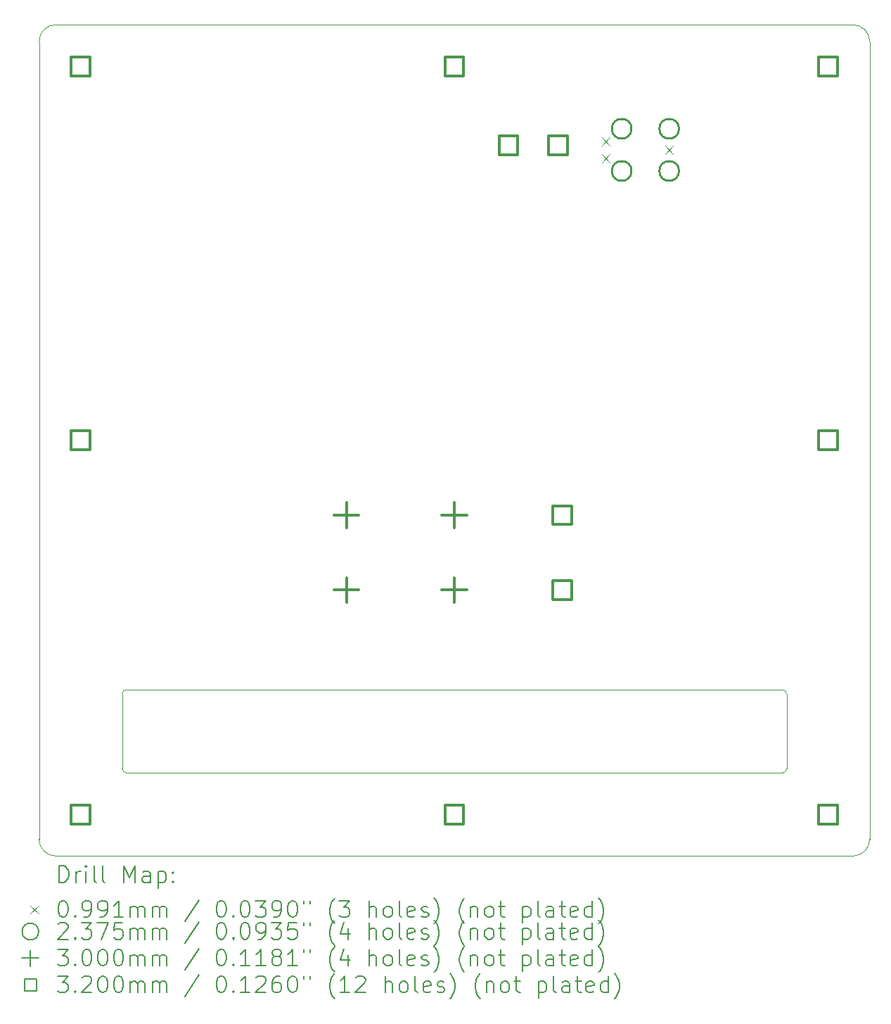
<source format=gbr>
%TF.GenerationSoftware,KiCad,Pcbnew,7.0.2-6a45011f42~172~ubuntu22.04.1*%
%TF.CreationDate,2023-05-30T13:10:41+12:00*%
%TF.ProjectId,THE_BRAWN-20A_LOGIC_FIXTURE,5448455f-4252-4415-974e-2d3230415f4c,v1.0*%
%TF.SameCoordinates,Original*%
%TF.FileFunction,Drillmap*%
%TF.FilePolarity,Positive*%
%FSLAX45Y45*%
G04 Gerber Fmt 4.5, Leading zero omitted, Abs format (unit mm)*
G04 Created by KiCad (PCBNEW 7.0.2-6a45011f42~172~ubuntu22.04.1) date 2023-05-30 13:10:41*
%MOMM*%
%LPD*%
G01*
G04 APERTURE LIST*
%ADD10C,0.100000*%
%ADD11C,0.200000*%
%ADD12C,0.099060*%
%ADD13C,0.237490*%
%ADD14C,0.300000*%
%ADD15C,0.320000*%
G04 APERTURE END LIST*
D10*
X17200000Y-19000000D02*
X26800000Y-19000000D01*
X18050000Y-18000000D02*
X25950000Y-18000000D01*
X26800000Y-9000000D02*
X17200000Y-9000000D01*
X27000000Y-9200000D02*
G75*
G03*
X26800000Y-9000000I-200000J0D01*
G01*
X17000000Y-18800000D02*
G75*
G03*
X17200000Y-19000000I200000J0D01*
G01*
X18000000Y-17950000D02*
G75*
G03*
X18050000Y-18000000I50000J0D01*
G01*
X27000000Y-18800000D02*
X27000000Y-9200000D01*
X26000000Y-17050000D02*
G75*
G03*
X25950000Y-17000000I-50000J0D01*
G01*
X26800000Y-19000000D02*
G75*
G03*
X27000000Y-18800000I0J200000D01*
G01*
X18050000Y-17000000D02*
X25950000Y-17000000D01*
X18000000Y-17050000D02*
X18000000Y-17950000D01*
X25950000Y-18000000D02*
G75*
G03*
X26000000Y-17950000I0J50000D01*
G01*
X26000000Y-17050000D02*
X26000000Y-17950000D01*
X17200000Y-9000000D02*
G75*
G03*
X17000000Y-9200000I0J-200000D01*
G01*
X18050000Y-17000000D02*
G75*
G03*
X18000000Y-17050000I0J-50000D01*
G01*
X17000000Y-9200000D02*
X17000000Y-18800000D01*
D11*
D12*
X23774470Y-10353870D02*
X23873530Y-10452930D01*
X23873530Y-10353870D02*
X23774470Y-10452930D01*
X23774470Y-10557070D02*
X23873530Y-10656130D01*
X23873530Y-10557070D02*
X23774470Y-10656130D01*
X24536470Y-10455470D02*
X24635530Y-10554530D01*
X24635530Y-10455470D02*
X24536470Y-10554530D01*
D13*
X24133245Y-10251000D02*
G75*
G03*
X24133245Y-10251000I-118745J0D01*
G01*
X24133245Y-10759000D02*
G75*
G03*
X24133245Y-10759000I-118745J0D01*
G01*
X24704745Y-10251000D02*
G75*
G03*
X24704745Y-10251000I-118745J0D01*
G01*
X24704745Y-10759000D02*
G75*
G03*
X24704745Y-10759000I-118745J0D01*
G01*
D14*
X20700000Y-14750000D02*
X20700000Y-15050000D01*
X20550000Y-14900000D02*
X20850000Y-14900000D01*
X20700000Y-15650000D02*
X20700000Y-15950000D01*
X20550000Y-15800000D02*
X20850000Y-15800000D01*
X22000000Y-14750000D02*
X22000000Y-15050000D01*
X21850000Y-14900000D02*
X22150000Y-14900000D01*
X22000000Y-15650000D02*
X22000000Y-15950000D01*
X21850000Y-15800000D02*
X22150000Y-15800000D01*
D15*
X17613138Y-9613138D02*
X17613138Y-9386862D01*
X17386862Y-9386862D01*
X17386862Y-9613138D01*
X17613138Y-9613138D01*
X17613138Y-14113138D02*
X17613138Y-13886862D01*
X17386862Y-13886862D01*
X17386862Y-14113138D01*
X17613138Y-14113138D01*
X17613138Y-18613138D02*
X17613138Y-18386862D01*
X17386862Y-18386862D01*
X17386862Y-18613138D01*
X17613138Y-18613138D01*
X22113138Y-9613138D02*
X22113138Y-9386862D01*
X21886862Y-9386862D01*
X21886862Y-9613138D01*
X22113138Y-9613138D01*
X22113138Y-18613138D02*
X22113138Y-18386862D01*
X21886862Y-18386862D01*
X21886862Y-18613138D01*
X22113138Y-18613138D01*
X22763138Y-10565638D02*
X22763138Y-10339362D01*
X22536862Y-10339362D01*
X22536862Y-10565638D01*
X22763138Y-10565638D01*
X23363138Y-10565638D02*
X23363138Y-10339362D01*
X23136862Y-10339362D01*
X23136862Y-10565638D01*
X23363138Y-10565638D01*
X23413138Y-15013138D02*
X23413138Y-14786862D01*
X23186862Y-14786862D01*
X23186862Y-15013138D01*
X23413138Y-15013138D01*
X23413138Y-15913138D02*
X23413138Y-15686862D01*
X23186862Y-15686862D01*
X23186862Y-15913138D01*
X23413138Y-15913138D01*
X26613138Y-9613138D02*
X26613138Y-9386862D01*
X26386862Y-9386862D01*
X26386862Y-9613138D01*
X26613138Y-9613138D01*
X26613138Y-14113138D02*
X26613138Y-13886862D01*
X26386862Y-13886862D01*
X26386862Y-14113138D01*
X26613138Y-14113138D01*
X26613138Y-18613138D02*
X26613138Y-18386862D01*
X26386862Y-18386862D01*
X26386862Y-18613138D01*
X26613138Y-18613138D01*
D11*
X17242619Y-19317524D02*
X17242619Y-19117524D01*
X17242619Y-19117524D02*
X17290238Y-19117524D01*
X17290238Y-19117524D02*
X17318810Y-19127048D01*
X17318810Y-19127048D02*
X17337857Y-19146095D01*
X17337857Y-19146095D02*
X17347381Y-19165143D01*
X17347381Y-19165143D02*
X17356905Y-19203238D01*
X17356905Y-19203238D02*
X17356905Y-19231810D01*
X17356905Y-19231810D02*
X17347381Y-19269905D01*
X17347381Y-19269905D02*
X17337857Y-19288952D01*
X17337857Y-19288952D02*
X17318810Y-19308000D01*
X17318810Y-19308000D02*
X17290238Y-19317524D01*
X17290238Y-19317524D02*
X17242619Y-19317524D01*
X17442619Y-19317524D02*
X17442619Y-19184190D01*
X17442619Y-19222286D02*
X17452143Y-19203238D01*
X17452143Y-19203238D02*
X17461667Y-19193714D01*
X17461667Y-19193714D02*
X17480714Y-19184190D01*
X17480714Y-19184190D02*
X17499762Y-19184190D01*
X17566429Y-19317524D02*
X17566429Y-19184190D01*
X17566429Y-19117524D02*
X17556905Y-19127048D01*
X17556905Y-19127048D02*
X17566429Y-19136571D01*
X17566429Y-19136571D02*
X17575952Y-19127048D01*
X17575952Y-19127048D02*
X17566429Y-19117524D01*
X17566429Y-19117524D02*
X17566429Y-19136571D01*
X17690238Y-19317524D02*
X17671190Y-19308000D01*
X17671190Y-19308000D02*
X17661667Y-19288952D01*
X17661667Y-19288952D02*
X17661667Y-19117524D01*
X17795000Y-19317524D02*
X17775952Y-19308000D01*
X17775952Y-19308000D02*
X17766429Y-19288952D01*
X17766429Y-19288952D02*
X17766429Y-19117524D01*
X18023571Y-19317524D02*
X18023571Y-19117524D01*
X18023571Y-19117524D02*
X18090238Y-19260381D01*
X18090238Y-19260381D02*
X18156905Y-19117524D01*
X18156905Y-19117524D02*
X18156905Y-19317524D01*
X18337857Y-19317524D02*
X18337857Y-19212762D01*
X18337857Y-19212762D02*
X18328333Y-19193714D01*
X18328333Y-19193714D02*
X18309286Y-19184190D01*
X18309286Y-19184190D02*
X18271190Y-19184190D01*
X18271190Y-19184190D02*
X18252143Y-19193714D01*
X18337857Y-19308000D02*
X18318810Y-19317524D01*
X18318810Y-19317524D02*
X18271190Y-19317524D01*
X18271190Y-19317524D02*
X18252143Y-19308000D01*
X18252143Y-19308000D02*
X18242619Y-19288952D01*
X18242619Y-19288952D02*
X18242619Y-19269905D01*
X18242619Y-19269905D02*
X18252143Y-19250857D01*
X18252143Y-19250857D02*
X18271190Y-19241333D01*
X18271190Y-19241333D02*
X18318810Y-19241333D01*
X18318810Y-19241333D02*
X18337857Y-19231810D01*
X18433095Y-19184190D02*
X18433095Y-19384190D01*
X18433095Y-19193714D02*
X18452143Y-19184190D01*
X18452143Y-19184190D02*
X18490238Y-19184190D01*
X18490238Y-19184190D02*
X18509286Y-19193714D01*
X18509286Y-19193714D02*
X18518810Y-19203238D01*
X18518810Y-19203238D02*
X18528333Y-19222286D01*
X18528333Y-19222286D02*
X18528333Y-19279429D01*
X18528333Y-19279429D02*
X18518810Y-19298476D01*
X18518810Y-19298476D02*
X18509286Y-19308000D01*
X18509286Y-19308000D02*
X18490238Y-19317524D01*
X18490238Y-19317524D02*
X18452143Y-19317524D01*
X18452143Y-19317524D02*
X18433095Y-19308000D01*
X18614048Y-19298476D02*
X18623571Y-19308000D01*
X18623571Y-19308000D02*
X18614048Y-19317524D01*
X18614048Y-19317524D02*
X18604524Y-19308000D01*
X18604524Y-19308000D02*
X18614048Y-19298476D01*
X18614048Y-19298476D02*
X18614048Y-19317524D01*
X18614048Y-19193714D02*
X18623571Y-19203238D01*
X18623571Y-19203238D02*
X18614048Y-19212762D01*
X18614048Y-19212762D02*
X18604524Y-19203238D01*
X18604524Y-19203238D02*
X18614048Y-19193714D01*
X18614048Y-19193714D02*
X18614048Y-19212762D01*
D12*
X16895940Y-19595470D02*
X16995000Y-19694530D01*
X16995000Y-19595470D02*
X16895940Y-19694530D01*
D11*
X17280714Y-19537524D02*
X17299762Y-19537524D01*
X17299762Y-19537524D02*
X17318810Y-19547048D01*
X17318810Y-19547048D02*
X17328333Y-19556571D01*
X17328333Y-19556571D02*
X17337857Y-19575619D01*
X17337857Y-19575619D02*
X17347381Y-19613714D01*
X17347381Y-19613714D02*
X17347381Y-19661333D01*
X17347381Y-19661333D02*
X17337857Y-19699429D01*
X17337857Y-19699429D02*
X17328333Y-19718476D01*
X17328333Y-19718476D02*
X17318810Y-19728000D01*
X17318810Y-19728000D02*
X17299762Y-19737524D01*
X17299762Y-19737524D02*
X17280714Y-19737524D01*
X17280714Y-19737524D02*
X17261667Y-19728000D01*
X17261667Y-19728000D02*
X17252143Y-19718476D01*
X17252143Y-19718476D02*
X17242619Y-19699429D01*
X17242619Y-19699429D02*
X17233095Y-19661333D01*
X17233095Y-19661333D02*
X17233095Y-19613714D01*
X17233095Y-19613714D02*
X17242619Y-19575619D01*
X17242619Y-19575619D02*
X17252143Y-19556571D01*
X17252143Y-19556571D02*
X17261667Y-19547048D01*
X17261667Y-19547048D02*
X17280714Y-19537524D01*
X17433095Y-19718476D02*
X17442619Y-19728000D01*
X17442619Y-19728000D02*
X17433095Y-19737524D01*
X17433095Y-19737524D02*
X17423571Y-19728000D01*
X17423571Y-19728000D02*
X17433095Y-19718476D01*
X17433095Y-19718476D02*
X17433095Y-19737524D01*
X17537857Y-19737524D02*
X17575952Y-19737524D01*
X17575952Y-19737524D02*
X17595000Y-19728000D01*
X17595000Y-19728000D02*
X17604524Y-19718476D01*
X17604524Y-19718476D02*
X17623571Y-19689905D01*
X17623571Y-19689905D02*
X17633095Y-19651810D01*
X17633095Y-19651810D02*
X17633095Y-19575619D01*
X17633095Y-19575619D02*
X17623571Y-19556571D01*
X17623571Y-19556571D02*
X17614048Y-19547048D01*
X17614048Y-19547048D02*
X17595000Y-19537524D01*
X17595000Y-19537524D02*
X17556905Y-19537524D01*
X17556905Y-19537524D02*
X17537857Y-19547048D01*
X17537857Y-19547048D02*
X17528333Y-19556571D01*
X17528333Y-19556571D02*
X17518810Y-19575619D01*
X17518810Y-19575619D02*
X17518810Y-19623238D01*
X17518810Y-19623238D02*
X17528333Y-19642286D01*
X17528333Y-19642286D02*
X17537857Y-19651810D01*
X17537857Y-19651810D02*
X17556905Y-19661333D01*
X17556905Y-19661333D02*
X17595000Y-19661333D01*
X17595000Y-19661333D02*
X17614048Y-19651810D01*
X17614048Y-19651810D02*
X17623571Y-19642286D01*
X17623571Y-19642286D02*
X17633095Y-19623238D01*
X17728333Y-19737524D02*
X17766429Y-19737524D01*
X17766429Y-19737524D02*
X17785476Y-19728000D01*
X17785476Y-19728000D02*
X17795000Y-19718476D01*
X17795000Y-19718476D02*
X17814048Y-19689905D01*
X17814048Y-19689905D02*
X17823571Y-19651810D01*
X17823571Y-19651810D02*
X17823571Y-19575619D01*
X17823571Y-19575619D02*
X17814048Y-19556571D01*
X17814048Y-19556571D02*
X17804524Y-19547048D01*
X17804524Y-19547048D02*
X17785476Y-19537524D01*
X17785476Y-19537524D02*
X17747381Y-19537524D01*
X17747381Y-19537524D02*
X17728333Y-19547048D01*
X17728333Y-19547048D02*
X17718810Y-19556571D01*
X17718810Y-19556571D02*
X17709286Y-19575619D01*
X17709286Y-19575619D02*
X17709286Y-19623238D01*
X17709286Y-19623238D02*
X17718810Y-19642286D01*
X17718810Y-19642286D02*
X17728333Y-19651810D01*
X17728333Y-19651810D02*
X17747381Y-19661333D01*
X17747381Y-19661333D02*
X17785476Y-19661333D01*
X17785476Y-19661333D02*
X17804524Y-19651810D01*
X17804524Y-19651810D02*
X17814048Y-19642286D01*
X17814048Y-19642286D02*
X17823571Y-19623238D01*
X18014048Y-19737524D02*
X17899762Y-19737524D01*
X17956905Y-19737524D02*
X17956905Y-19537524D01*
X17956905Y-19537524D02*
X17937857Y-19566095D01*
X17937857Y-19566095D02*
X17918810Y-19585143D01*
X17918810Y-19585143D02*
X17899762Y-19594667D01*
X18099762Y-19737524D02*
X18099762Y-19604190D01*
X18099762Y-19623238D02*
X18109286Y-19613714D01*
X18109286Y-19613714D02*
X18128333Y-19604190D01*
X18128333Y-19604190D02*
X18156905Y-19604190D01*
X18156905Y-19604190D02*
X18175952Y-19613714D01*
X18175952Y-19613714D02*
X18185476Y-19632762D01*
X18185476Y-19632762D02*
X18185476Y-19737524D01*
X18185476Y-19632762D02*
X18195000Y-19613714D01*
X18195000Y-19613714D02*
X18214048Y-19604190D01*
X18214048Y-19604190D02*
X18242619Y-19604190D01*
X18242619Y-19604190D02*
X18261667Y-19613714D01*
X18261667Y-19613714D02*
X18271191Y-19632762D01*
X18271191Y-19632762D02*
X18271191Y-19737524D01*
X18366429Y-19737524D02*
X18366429Y-19604190D01*
X18366429Y-19623238D02*
X18375952Y-19613714D01*
X18375952Y-19613714D02*
X18395000Y-19604190D01*
X18395000Y-19604190D02*
X18423572Y-19604190D01*
X18423572Y-19604190D02*
X18442619Y-19613714D01*
X18442619Y-19613714D02*
X18452143Y-19632762D01*
X18452143Y-19632762D02*
X18452143Y-19737524D01*
X18452143Y-19632762D02*
X18461667Y-19613714D01*
X18461667Y-19613714D02*
X18480714Y-19604190D01*
X18480714Y-19604190D02*
X18509286Y-19604190D01*
X18509286Y-19604190D02*
X18528333Y-19613714D01*
X18528333Y-19613714D02*
X18537857Y-19632762D01*
X18537857Y-19632762D02*
X18537857Y-19737524D01*
X18928333Y-19528000D02*
X18756905Y-19785143D01*
X19185476Y-19537524D02*
X19204524Y-19537524D01*
X19204524Y-19537524D02*
X19223572Y-19547048D01*
X19223572Y-19547048D02*
X19233095Y-19556571D01*
X19233095Y-19556571D02*
X19242619Y-19575619D01*
X19242619Y-19575619D02*
X19252143Y-19613714D01*
X19252143Y-19613714D02*
X19252143Y-19661333D01*
X19252143Y-19661333D02*
X19242619Y-19699429D01*
X19242619Y-19699429D02*
X19233095Y-19718476D01*
X19233095Y-19718476D02*
X19223572Y-19728000D01*
X19223572Y-19728000D02*
X19204524Y-19737524D01*
X19204524Y-19737524D02*
X19185476Y-19737524D01*
X19185476Y-19737524D02*
X19166429Y-19728000D01*
X19166429Y-19728000D02*
X19156905Y-19718476D01*
X19156905Y-19718476D02*
X19147381Y-19699429D01*
X19147381Y-19699429D02*
X19137857Y-19661333D01*
X19137857Y-19661333D02*
X19137857Y-19613714D01*
X19137857Y-19613714D02*
X19147381Y-19575619D01*
X19147381Y-19575619D02*
X19156905Y-19556571D01*
X19156905Y-19556571D02*
X19166429Y-19547048D01*
X19166429Y-19547048D02*
X19185476Y-19537524D01*
X19337857Y-19718476D02*
X19347381Y-19728000D01*
X19347381Y-19728000D02*
X19337857Y-19737524D01*
X19337857Y-19737524D02*
X19328334Y-19728000D01*
X19328334Y-19728000D02*
X19337857Y-19718476D01*
X19337857Y-19718476D02*
X19337857Y-19737524D01*
X19471191Y-19537524D02*
X19490238Y-19537524D01*
X19490238Y-19537524D02*
X19509286Y-19547048D01*
X19509286Y-19547048D02*
X19518810Y-19556571D01*
X19518810Y-19556571D02*
X19528334Y-19575619D01*
X19528334Y-19575619D02*
X19537857Y-19613714D01*
X19537857Y-19613714D02*
X19537857Y-19661333D01*
X19537857Y-19661333D02*
X19528334Y-19699429D01*
X19528334Y-19699429D02*
X19518810Y-19718476D01*
X19518810Y-19718476D02*
X19509286Y-19728000D01*
X19509286Y-19728000D02*
X19490238Y-19737524D01*
X19490238Y-19737524D02*
X19471191Y-19737524D01*
X19471191Y-19737524D02*
X19452143Y-19728000D01*
X19452143Y-19728000D02*
X19442619Y-19718476D01*
X19442619Y-19718476D02*
X19433095Y-19699429D01*
X19433095Y-19699429D02*
X19423572Y-19661333D01*
X19423572Y-19661333D02*
X19423572Y-19613714D01*
X19423572Y-19613714D02*
X19433095Y-19575619D01*
X19433095Y-19575619D02*
X19442619Y-19556571D01*
X19442619Y-19556571D02*
X19452143Y-19547048D01*
X19452143Y-19547048D02*
X19471191Y-19537524D01*
X19604524Y-19537524D02*
X19728334Y-19537524D01*
X19728334Y-19537524D02*
X19661667Y-19613714D01*
X19661667Y-19613714D02*
X19690238Y-19613714D01*
X19690238Y-19613714D02*
X19709286Y-19623238D01*
X19709286Y-19623238D02*
X19718810Y-19632762D01*
X19718810Y-19632762D02*
X19728334Y-19651810D01*
X19728334Y-19651810D02*
X19728334Y-19699429D01*
X19728334Y-19699429D02*
X19718810Y-19718476D01*
X19718810Y-19718476D02*
X19709286Y-19728000D01*
X19709286Y-19728000D02*
X19690238Y-19737524D01*
X19690238Y-19737524D02*
X19633095Y-19737524D01*
X19633095Y-19737524D02*
X19614048Y-19728000D01*
X19614048Y-19728000D02*
X19604524Y-19718476D01*
X19823572Y-19737524D02*
X19861667Y-19737524D01*
X19861667Y-19737524D02*
X19880715Y-19728000D01*
X19880715Y-19728000D02*
X19890238Y-19718476D01*
X19890238Y-19718476D02*
X19909286Y-19689905D01*
X19909286Y-19689905D02*
X19918810Y-19651810D01*
X19918810Y-19651810D02*
X19918810Y-19575619D01*
X19918810Y-19575619D02*
X19909286Y-19556571D01*
X19909286Y-19556571D02*
X19899762Y-19547048D01*
X19899762Y-19547048D02*
X19880715Y-19537524D01*
X19880715Y-19537524D02*
X19842619Y-19537524D01*
X19842619Y-19537524D02*
X19823572Y-19547048D01*
X19823572Y-19547048D02*
X19814048Y-19556571D01*
X19814048Y-19556571D02*
X19804524Y-19575619D01*
X19804524Y-19575619D02*
X19804524Y-19623238D01*
X19804524Y-19623238D02*
X19814048Y-19642286D01*
X19814048Y-19642286D02*
X19823572Y-19651810D01*
X19823572Y-19651810D02*
X19842619Y-19661333D01*
X19842619Y-19661333D02*
X19880715Y-19661333D01*
X19880715Y-19661333D02*
X19899762Y-19651810D01*
X19899762Y-19651810D02*
X19909286Y-19642286D01*
X19909286Y-19642286D02*
X19918810Y-19623238D01*
X20042619Y-19537524D02*
X20061667Y-19537524D01*
X20061667Y-19537524D02*
X20080715Y-19547048D01*
X20080715Y-19547048D02*
X20090238Y-19556571D01*
X20090238Y-19556571D02*
X20099762Y-19575619D01*
X20099762Y-19575619D02*
X20109286Y-19613714D01*
X20109286Y-19613714D02*
X20109286Y-19661333D01*
X20109286Y-19661333D02*
X20099762Y-19699429D01*
X20099762Y-19699429D02*
X20090238Y-19718476D01*
X20090238Y-19718476D02*
X20080715Y-19728000D01*
X20080715Y-19728000D02*
X20061667Y-19737524D01*
X20061667Y-19737524D02*
X20042619Y-19737524D01*
X20042619Y-19737524D02*
X20023572Y-19728000D01*
X20023572Y-19728000D02*
X20014048Y-19718476D01*
X20014048Y-19718476D02*
X20004524Y-19699429D01*
X20004524Y-19699429D02*
X19995000Y-19661333D01*
X19995000Y-19661333D02*
X19995000Y-19613714D01*
X19995000Y-19613714D02*
X20004524Y-19575619D01*
X20004524Y-19575619D02*
X20014048Y-19556571D01*
X20014048Y-19556571D02*
X20023572Y-19547048D01*
X20023572Y-19547048D02*
X20042619Y-19537524D01*
X20185476Y-19537524D02*
X20185476Y-19575619D01*
X20261667Y-19537524D02*
X20261667Y-19575619D01*
X20556905Y-19813714D02*
X20547381Y-19804190D01*
X20547381Y-19804190D02*
X20528334Y-19775619D01*
X20528334Y-19775619D02*
X20518810Y-19756571D01*
X20518810Y-19756571D02*
X20509286Y-19728000D01*
X20509286Y-19728000D02*
X20499762Y-19680381D01*
X20499762Y-19680381D02*
X20499762Y-19642286D01*
X20499762Y-19642286D02*
X20509286Y-19594667D01*
X20509286Y-19594667D02*
X20518810Y-19566095D01*
X20518810Y-19566095D02*
X20528334Y-19547048D01*
X20528334Y-19547048D02*
X20547381Y-19518476D01*
X20547381Y-19518476D02*
X20556905Y-19508952D01*
X20614048Y-19537524D02*
X20737857Y-19537524D01*
X20737857Y-19537524D02*
X20671191Y-19613714D01*
X20671191Y-19613714D02*
X20699762Y-19613714D01*
X20699762Y-19613714D02*
X20718810Y-19623238D01*
X20718810Y-19623238D02*
X20728334Y-19632762D01*
X20728334Y-19632762D02*
X20737857Y-19651810D01*
X20737857Y-19651810D02*
X20737857Y-19699429D01*
X20737857Y-19699429D02*
X20728334Y-19718476D01*
X20728334Y-19718476D02*
X20718810Y-19728000D01*
X20718810Y-19728000D02*
X20699762Y-19737524D01*
X20699762Y-19737524D02*
X20642619Y-19737524D01*
X20642619Y-19737524D02*
X20623572Y-19728000D01*
X20623572Y-19728000D02*
X20614048Y-19718476D01*
X20975953Y-19737524D02*
X20975953Y-19537524D01*
X21061667Y-19737524D02*
X21061667Y-19632762D01*
X21061667Y-19632762D02*
X21052143Y-19613714D01*
X21052143Y-19613714D02*
X21033096Y-19604190D01*
X21033096Y-19604190D02*
X21004524Y-19604190D01*
X21004524Y-19604190D02*
X20985477Y-19613714D01*
X20985477Y-19613714D02*
X20975953Y-19623238D01*
X21185477Y-19737524D02*
X21166429Y-19728000D01*
X21166429Y-19728000D02*
X21156905Y-19718476D01*
X21156905Y-19718476D02*
X21147381Y-19699429D01*
X21147381Y-19699429D02*
X21147381Y-19642286D01*
X21147381Y-19642286D02*
X21156905Y-19623238D01*
X21156905Y-19623238D02*
X21166429Y-19613714D01*
X21166429Y-19613714D02*
X21185477Y-19604190D01*
X21185477Y-19604190D02*
X21214048Y-19604190D01*
X21214048Y-19604190D02*
X21233096Y-19613714D01*
X21233096Y-19613714D02*
X21242619Y-19623238D01*
X21242619Y-19623238D02*
X21252143Y-19642286D01*
X21252143Y-19642286D02*
X21252143Y-19699429D01*
X21252143Y-19699429D02*
X21242619Y-19718476D01*
X21242619Y-19718476D02*
X21233096Y-19728000D01*
X21233096Y-19728000D02*
X21214048Y-19737524D01*
X21214048Y-19737524D02*
X21185477Y-19737524D01*
X21366429Y-19737524D02*
X21347381Y-19728000D01*
X21347381Y-19728000D02*
X21337858Y-19708952D01*
X21337858Y-19708952D02*
X21337858Y-19537524D01*
X21518810Y-19728000D02*
X21499762Y-19737524D01*
X21499762Y-19737524D02*
X21461667Y-19737524D01*
X21461667Y-19737524D02*
X21442619Y-19728000D01*
X21442619Y-19728000D02*
X21433096Y-19708952D01*
X21433096Y-19708952D02*
X21433096Y-19632762D01*
X21433096Y-19632762D02*
X21442619Y-19613714D01*
X21442619Y-19613714D02*
X21461667Y-19604190D01*
X21461667Y-19604190D02*
X21499762Y-19604190D01*
X21499762Y-19604190D02*
X21518810Y-19613714D01*
X21518810Y-19613714D02*
X21528334Y-19632762D01*
X21528334Y-19632762D02*
X21528334Y-19651810D01*
X21528334Y-19651810D02*
X21433096Y-19670857D01*
X21604524Y-19728000D02*
X21623572Y-19737524D01*
X21623572Y-19737524D02*
X21661667Y-19737524D01*
X21661667Y-19737524D02*
X21680715Y-19728000D01*
X21680715Y-19728000D02*
X21690239Y-19708952D01*
X21690239Y-19708952D02*
X21690239Y-19699429D01*
X21690239Y-19699429D02*
X21680715Y-19680381D01*
X21680715Y-19680381D02*
X21661667Y-19670857D01*
X21661667Y-19670857D02*
X21633096Y-19670857D01*
X21633096Y-19670857D02*
X21614048Y-19661333D01*
X21614048Y-19661333D02*
X21604524Y-19642286D01*
X21604524Y-19642286D02*
X21604524Y-19632762D01*
X21604524Y-19632762D02*
X21614048Y-19613714D01*
X21614048Y-19613714D02*
X21633096Y-19604190D01*
X21633096Y-19604190D02*
X21661667Y-19604190D01*
X21661667Y-19604190D02*
X21680715Y-19613714D01*
X21756905Y-19813714D02*
X21766429Y-19804190D01*
X21766429Y-19804190D02*
X21785477Y-19775619D01*
X21785477Y-19775619D02*
X21795000Y-19756571D01*
X21795000Y-19756571D02*
X21804524Y-19728000D01*
X21804524Y-19728000D02*
X21814048Y-19680381D01*
X21814048Y-19680381D02*
X21814048Y-19642286D01*
X21814048Y-19642286D02*
X21804524Y-19594667D01*
X21804524Y-19594667D02*
X21795000Y-19566095D01*
X21795000Y-19566095D02*
X21785477Y-19547048D01*
X21785477Y-19547048D02*
X21766429Y-19518476D01*
X21766429Y-19518476D02*
X21756905Y-19508952D01*
X22118810Y-19813714D02*
X22109286Y-19804190D01*
X22109286Y-19804190D02*
X22090239Y-19775619D01*
X22090239Y-19775619D02*
X22080715Y-19756571D01*
X22080715Y-19756571D02*
X22071191Y-19728000D01*
X22071191Y-19728000D02*
X22061667Y-19680381D01*
X22061667Y-19680381D02*
X22061667Y-19642286D01*
X22061667Y-19642286D02*
X22071191Y-19594667D01*
X22071191Y-19594667D02*
X22080715Y-19566095D01*
X22080715Y-19566095D02*
X22090239Y-19547048D01*
X22090239Y-19547048D02*
X22109286Y-19518476D01*
X22109286Y-19518476D02*
X22118810Y-19508952D01*
X22195000Y-19604190D02*
X22195000Y-19737524D01*
X22195000Y-19623238D02*
X22204524Y-19613714D01*
X22204524Y-19613714D02*
X22223572Y-19604190D01*
X22223572Y-19604190D02*
X22252143Y-19604190D01*
X22252143Y-19604190D02*
X22271191Y-19613714D01*
X22271191Y-19613714D02*
X22280715Y-19632762D01*
X22280715Y-19632762D02*
X22280715Y-19737524D01*
X22404524Y-19737524D02*
X22385477Y-19728000D01*
X22385477Y-19728000D02*
X22375953Y-19718476D01*
X22375953Y-19718476D02*
X22366429Y-19699429D01*
X22366429Y-19699429D02*
X22366429Y-19642286D01*
X22366429Y-19642286D02*
X22375953Y-19623238D01*
X22375953Y-19623238D02*
X22385477Y-19613714D01*
X22385477Y-19613714D02*
X22404524Y-19604190D01*
X22404524Y-19604190D02*
X22433096Y-19604190D01*
X22433096Y-19604190D02*
X22452143Y-19613714D01*
X22452143Y-19613714D02*
X22461667Y-19623238D01*
X22461667Y-19623238D02*
X22471191Y-19642286D01*
X22471191Y-19642286D02*
X22471191Y-19699429D01*
X22471191Y-19699429D02*
X22461667Y-19718476D01*
X22461667Y-19718476D02*
X22452143Y-19728000D01*
X22452143Y-19728000D02*
X22433096Y-19737524D01*
X22433096Y-19737524D02*
X22404524Y-19737524D01*
X22528334Y-19604190D02*
X22604524Y-19604190D01*
X22556905Y-19537524D02*
X22556905Y-19708952D01*
X22556905Y-19708952D02*
X22566429Y-19728000D01*
X22566429Y-19728000D02*
X22585477Y-19737524D01*
X22585477Y-19737524D02*
X22604524Y-19737524D01*
X22823572Y-19604190D02*
X22823572Y-19804190D01*
X22823572Y-19613714D02*
X22842619Y-19604190D01*
X22842619Y-19604190D02*
X22880715Y-19604190D01*
X22880715Y-19604190D02*
X22899762Y-19613714D01*
X22899762Y-19613714D02*
X22909286Y-19623238D01*
X22909286Y-19623238D02*
X22918810Y-19642286D01*
X22918810Y-19642286D02*
X22918810Y-19699429D01*
X22918810Y-19699429D02*
X22909286Y-19718476D01*
X22909286Y-19718476D02*
X22899762Y-19728000D01*
X22899762Y-19728000D02*
X22880715Y-19737524D01*
X22880715Y-19737524D02*
X22842619Y-19737524D01*
X22842619Y-19737524D02*
X22823572Y-19728000D01*
X23033096Y-19737524D02*
X23014048Y-19728000D01*
X23014048Y-19728000D02*
X23004524Y-19708952D01*
X23004524Y-19708952D02*
X23004524Y-19537524D01*
X23195000Y-19737524D02*
X23195000Y-19632762D01*
X23195000Y-19632762D02*
X23185477Y-19613714D01*
X23185477Y-19613714D02*
X23166429Y-19604190D01*
X23166429Y-19604190D02*
X23128334Y-19604190D01*
X23128334Y-19604190D02*
X23109286Y-19613714D01*
X23195000Y-19728000D02*
X23175953Y-19737524D01*
X23175953Y-19737524D02*
X23128334Y-19737524D01*
X23128334Y-19737524D02*
X23109286Y-19728000D01*
X23109286Y-19728000D02*
X23099762Y-19708952D01*
X23099762Y-19708952D02*
X23099762Y-19689905D01*
X23099762Y-19689905D02*
X23109286Y-19670857D01*
X23109286Y-19670857D02*
X23128334Y-19661333D01*
X23128334Y-19661333D02*
X23175953Y-19661333D01*
X23175953Y-19661333D02*
X23195000Y-19651810D01*
X23261667Y-19604190D02*
X23337858Y-19604190D01*
X23290239Y-19537524D02*
X23290239Y-19708952D01*
X23290239Y-19708952D02*
X23299762Y-19728000D01*
X23299762Y-19728000D02*
X23318810Y-19737524D01*
X23318810Y-19737524D02*
X23337858Y-19737524D01*
X23480715Y-19728000D02*
X23461667Y-19737524D01*
X23461667Y-19737524D02*
X23423572Y-19737524D01*
X23423572Y-19737524D02*
X23404524Y-19728000D01*
X23404524Y-19728000D02*
X23395000Y-19708952D01*
X23395000Y-19708952D02*
X23395000Y-19632762D01*
X23395000Y-19632762D02*
X23404524Y-19613714D01*
X23404524Y-19613714D02*
X23423572Y-19604190D01*
X23423572Y-19604190D02*
X23461667Y-19604190D01*
X23461667Y-19604190D02*
X23480715Y-19613714D01*
X23480715Y-19613714D02*
X23490239Y-19632762D01*
X23490239Y-19632762D02*
X23490239Y-19651810D01*
X23490239Y-19651810D02*
X23395000Y-19670857D01*
X23661667Y-19737524D02*
X23661667Y-19537524D01*
X23661667Y-19728000D02*
X23642620Y-19737524D01*
X23642620Y-19737524D02*
X23604524Y-19737524D01*
X23604524Y-19737524D02*
X23585477Y-19728000D01*
X23585477Y-19728000D02*
X23575953Y-19718476D01*
X23575953Y-19718476D02*
X23566429Y-19699429D01*
X23566429Y-19699429D02*
X23566429Y-19642286D01*
X23566429Y-19642286D02*
X23575953Y-19623238D01*
X23575953Y-19623238D02*
X23585477Y-19613714D01*
X23585477Y-19613714D02*
X23604524Y-19604190D01*
X23604524Y-19604190D02*
X23642620Y-19604190D01*
X23642620Y-19604190D02*
X23661667Y-19613714D01*
X23737858Y-19813714D02*
X23747381Y-19804190D01*
X23747381Y-19804190D02*
X23766429Y-19775619D01*
X23766429Y-19775619D02*
X23775953Y-19756571D01*
X23775953Y-19756571D02*
X23785477Y-19728000D01*
X23785477Y-19728000D02*
X23795000Y-19680381D01*
X23795000Y-19680381D02*
X23795000Y-19642286D01*
X23795000Y-19642286D02*
X23785477Y-19594667D01*
X23785477Y-19594667D02*
X23775953Y-19566095D01*
X23775953Y-19566095D02*
X23766429Y-19547048D01*
X23766429Y-19547048D02*
X23747381Y-19518476D01*
X23747381Y-19518476D02*
X23737858Y-19508952D01*
X16995000Y-19909000D02*
G75*
G03*
X16995000Y-19909000I-100000J0D01*
G01*
X17233095Y-19820571D02*
X17242619Y-19811048D01*
X17242619Y-19811048D02*
X17261667Y-19801524D01*
X17261667Y-19801524D02*
X17309286Y-19801524D01*
X17309286Y-19801524D02*
X17328333Y-19811048D01*
X17328333Y-19811048D02*
X17337857Y-19820571D01*
X17337857Y-19820571D02*
X17347381Y-19839619D01*
X17347381Y-19839619D02*
X17347381Y-19858667D01*
X17347381Y-19858667D02*
X17337857Y-19887238D01*
X17337857Y-19887238D02*
X17223571Y-20001524D01*
X17223571Y-20001524D02*
X17347381Y-20001524D01*
X17433095Y-19982476D02*
X17442619Y-19992000D01*
X17442619Y-19992000D02*
X17433095Y-20001524D01*
X17433095Y-20001524D02*
X17423571Y-19992000D01*
X17423571Y-19992000D02*
X17433095Y-19982476D01*
X17433095Y-19982476D02*
X17433095Y-20001524D01*
X17509286Y-19801524D02*
X17633095Y-19801524D01*
X17633095Y-19801524D02*
X17566429Y-19877714D01*
X17566429Y-19877714D02*
X17595000Y-19877714D01*
X17595000Y-19877714D02*
X17614048Y-19887238D01*
X17614048Y-19887238D02*
X17623571Y-19896762D01*
X17623571Y-19896762D02*
X17633095Y-19915810D01*
X17633095Y-19915810D02*
X17633095Y-19963429D01*
X17633095Y-19963429D02*
X17623571Y-19982476D01*
X17623571Y-19982476D02*
X17614048Y-19992000D01*
X17614048Y-19992000D02*
X17595000Y-20001524D01*
X17595000Y-20001524D02*
X17537857Y-20001524D01*
X17537857Y-20001524D02*
X17518810Y-19992000D01*
X17518810Y-19992000D02*
X17509286Y-19982476D01*
X17699762Y-19801524D02*
X17833095Y-19801524D01*
X17833095Y-19801524D02*
X17747381Y-20001524D01*
X18004524Y-19801524D02*
X17909286Y-19801524D01*
X17909286Y-19801524D02*
X17899762Y-19896762D01*
X17899762Y-19896762D02*
X17909286Y-19887238D01*
X17909286Y-19887238D02*
X17928333Y-19877714D01*
X17928333Y-19877714D02*
X17975952Y-19877714D01*
X17975952Y-19877714D02*
X17995000Y-19887238D01*
X17995000Y-19887238D02*
X18004524Y-19896762D01*
X18004524Y-19896762D02*
X18014048Y-19915810D01*
X18014048Y-19915810D02*
X18014048Y-19963429D01*
X18014048Y-19963429D02*
X18004524Y-19982476D01*
X18004524Y-19982476D02*
X17995000Y-19992000D01*
X17995000Y-19992000D02*
X17975952Y-20001524D01*
X17975952Y-20001524D02*
X17928333Y-20001524D01*
X17928333Y-20001524D02*
X17909286Y-19992000D01*
X17909286Y-19992000D02*
X17899762Y-19982476D01*
X18099762Y-20001524D02*
X18099762Y-19868190D01*
X18099762Y-19887238D02*
X18109286Y-19877714D01*
X18109286Y-19877714D02*
X18128333Y-19868190D01*
X18128333Y-19868190D02*
X18156905Y-19868190D01*
X18156905Y-19868190D02*
X18175952Y-19877714D01*
X18175952Y-19877714D02*
X18185476Y-19896762D01*
X18185476Y-19896762D02*
X18185476Y-20001524D01*
X18185476Y-19896762D02*
X18195000Y-19877714D01*
X18195000Y-19877714D02*
X18214048Y-19868190D01*
X18214048Y-19868190D02*
X18242619Y-19868190D01*
X18242619Y-19868190D02*
X18261667Y-19877714D01*
X18261667Y-19877714D02*
X18271191Y-19896762D01*
X18271191Y-19896762D02*
X18271191Y-20001524D01*
X18366429Y-20001524D02*
X18366429Y-19868190D01*
X18366429Y-19887238D02*
X18375952Y-19877714D01*
X18375952Y-19877714D02*
X18395000Y-19868190D01*
X18395000Y-19868190D02*
X18423572Y-19868190D01*
X18423572Y-19868190D02*
X18442619Y-19877714D01*
X18442619Y-19877714D02*
X18452143Y-19896762D01*
X18452143Y-19896762D02*
X18452143Y-20001524D01*
X18452143Y-19896762D02*
X18461667Y-19877714D01*
X18461667Y-19877714D02*
X18480714Y-19868190D01*
X18480714Y-19868190D02*
X18509286Y-19868190D01*
X18509286Y-19868190D02*
X18528333Y-19877714D01*
X18528333Y-19877714D02*
X18537857Y-19896762D01*
X18537857Y-19896762D02*
X18537857Y-20001524D01*
X18928333Y-19792000D02*
X18756905Y-20049143D01*
X19185476Y-19801524D02*
X19204524Y-19801524D01*
X19204524Y-19801524D02*
X19223572Y-19811048D01*
X19223572Y-19811048D02*
X19233095Y-19820571D01*
X19233095Y-19820571D02*
X19242619Y-19839619D01*
X19242619Y-19839619D02*
X19252143Y-19877714D01*
X19252143Y-19877714D02*
X19252143Y-19925333D01*
X19252143Y-19925333D02*
X19242619Y-19963429D01*
X19242619Y-19963429D02*
X19233095Y-19982476D01*
X19233095Y-19982476D02*
X19223572Y-19992000D01*
X19223572Y-19992000D02*
X19204524Y-20001524D01*
X19204524Y-20001524D02*
X19185476Y-20001524D01*
X19185476Y-20001524D02*
X19166429Y-19992000D01*
X19166429Y-19992000D02*
X19156905Y-19982476D01*
X19156905Y-19982476D02*
X19147381Y-19963429D01*
X19147381Y-19963429D02*
X19137857Y-19925333D01*
X19137857Y-19925333D02*
X19137857Y-19877714D01*
X19137857Y-19877714D02*
X19147381Y-19839619D01*
X19147381Y-19839619D02*
X19156905Y-19820571D01*
X19156905Y-19820571D02*
X19166429Y-19811048D01*
X19166429Y-19811048D02*
X19185476Y-19801524D01*
X19337857Y-19982476D02*
X19347381Y-19992000D01*
X19347381Y-19992000D02*
X19337857Y-20001524D01*
X19337857Y-20001524D02*
X19328334Y-19992000D01*
X19328334Y-19992000D02*
X19337857Y-19982476D01*
X19337857Y-19982476D02*
X19337857Y-20001524D01*
X19471191Y-19801524D02*
X19490238Y-19801524D01*
X19490238Y-19801524D02*
X19509286Y-19811048D01*
X19509286Y-19811048D02*
X19518810Y-19820571D01*
X19518810Y-19820571D02*
X19528334Y-19839619D01*
X19528334Y-19839619D02*
X19537857Y-19877714D01*
X19537857Y-19877714D02*
X19537857Y-19925333D01*
X19537857Y-19925333D02*
X19528334Y-19963429D01*
X19528334Y-19963429D02*
X19518810Y-19982476D01*
X19518810Y-19982476D02*
X19509286Y-19992000D01*
X19509286Y-19992000D02*
X19490238Y-20001524D01*
X19490238Y-20001524D02*
X19471191Y-20001524D01*
X19471191Y-20001524D02*
X19452143Y-19992000D01*
X19452143Y-19992000D02*
X19442619Y-19982476D01*
X19442619Y-19982476D02*
X19433095Y-19963429D01*
X19433095Y-19963429D02*
X19423572Y-19925333D01*
X19423572Y-19925333D02*
X19423572Y-19877714D01*
X19423572Y-19877714D02*
X19433095Y-19839619D01*
X19433095Y-19839619D02*
X19442619Y-19820571D01*
X19442619Y-19820571D02*
X19452143Y-19811048D01*
X19452143Y-19811048D02*
X19471191Y-19801524D01*
X19633095Y-20001524D02*
X19671191Y-20001524D01*
X19671191Y-20001524D02*
X19690238Y-19992000D01*
X19690238Y-19992000D02*
X19699762Y-19982476D01*
X19699762Y-19982476D02*
X19718810Y-19953905D01*
X19718810Y-19953905D02*
X19728334Y-19915810D01*
X19728334Y-19915810D02*
X19728334Y-19839619D01*
X19728334Y-19839619D02*
X19718810Y-19820571D01*
X19718810Y-19820571D02*
X19709286Y-19811048D01*
X19709286Y-19811048D02*
X19690238Y-19801524D01*
X19690238Y-19801524D02*
X19652143Y-19801524D01*
X19652143Y-19801524D02*
X19633095Y-19811048D01*
X19633095Y-19811048D02*
X19623572Y-19820571D01*
X19623572Y-19820571D02*
X19614048Y-19839619D01*
X19614048Y-19839619D02*
X19614048Y-19887238D01*
X19614048Y-19887238D02*
X19623572Y-19906286D01*
X19623572Y-19906286D02*
X19633095Y-19915810D01*
X19633095Y-19915810D02*
X19652143Y-19925333D01*
X19652143Y-19925333D02*
X19690238Y-19925333D01*
X19690238Y-19925333D02*
X19709286Y-19915810D01*
X19709286Y-19915810D02*
X19718810Y-19906286D01*
X19718810Y-19906286D02*
X19728334Y-19887238D01*
X19795000Y-19801524D02*
X19918810Y-19801524D01*
X19918810Y-19801524D02*
X19852143Y-19877714D01*
X19852143Y-19877714D02*
X19880715Y-19877714D01*
X19880715Y-19877714D02*
X19899762Y-19887238D01*
X19899762Y-19887238D02*
X19909286Y-19896762D01*
X19909286Y-19896762D02*
X19918810Y-19915810D01*
X19918810Y-19915810D02*
X19918810Y-19963429D01*
X19918810Y-19963429D02*
X19909286Y-19982476D01*
X19909286Y-19982476D02*
X19899762Y-19992000D01*
X19899762Y-19992000D02*
X19880715Y-20001524D01*
X19880715Y-20001524D02*
X19823572Y-20001524D01*
X19823572Y-20001524D02*
X19804524Y-19992000D01*
X19804524Y-19992000D02*
X19795000Y-19982476D01*
X20099762Y-19801524D02*
X20004524Y-19801524D01*
X20004524Y-19801524D02*
X19995000Y-19896762D01*
X19995000Y-19896762D02*
X20004524Y-19887238D01*
X20004524Y-19887238D02*
X20023572Y-19877714D01*
X20023572Y-19877714D02*
X20071191Y-19877714D01*
X20071191Y-19877714D02*
X20090238Y-19887238D01*
X20090238Y-19887238D02*
X20099762Y-19896762D01*
X20099762Y-19896762D02*
X20109286Y-19915810D01*
X20109286Y-19915810D02*
X20109286Y-19963429D01*
X20109286Y-19963429D02*
X20099762Y-19982476D01*
X20099762Y-19982476D02*
X20090238Y-19992000D01*
X20090238Y-19992000D02*
X20071191Y-20001524D01*
X20071191Y-20001524D02*
X20023572Y-20001524D01*
X20023572Y-20001524D02*
X20004524Y-19992000D01*
X20004524Y-19992000D02*
X19995000Y-19982476D01*
X20185476Y-19801524D02*
X20185476Y-19839619D01*
X20261667Y-19801524D02*
X20261667Y-19839619D01*
X20556905Y-20077714D02*
X20547381Y-20068190D01*
X20547381Y-20068190D02*
X20528334Y-20039619D01*
X20528334Y-20039619D02*
X20518810Y-20020571D01*
X20518810Y-20020571D02*
X20509286Y-19992000D01*
X20509286Y-19992000D02*
X20499762Y-19944381D01*
X20499762Y-19944381D02*
X20499762Y-19906286D01*
X20499762Y-19906286D02*
X20509286Y-19858667D01*
X20509286Y-19858667D02*
X20518810Y-19830095D01*
X20518810Y-19830095D02*
X20528334Y-19811048D01*
X20528334Y-19811048D02*
X20547381Y-19782476D01*
X20547381Y-19782476D02*
X20556905Y-19772952D01*
X20718810Y-19868190D02*
X20718810Y-20001524D01*
X20671191Y-19792000D02*
X20623572Y-19934857D01*
X20623572Y-19934857D02*
X20747381Y-19934857D01*
X20975953Y-20001524D02*
X20975953Y-19801524D01*
X21061667Y-20001524D02*
X21061667Y-19896762D01*
X21061667Y-19896762D02*
X21052143Y-19877714D01*
X21052143Y-19877714D02*
X21033096Y-19868190D01*
X21033096Y-19868190D02*
X21004524Y-19868190D01*
X21004524Y-19868190D02*
X20985477Y-19877714D01*
X20985477Y-19877714D02*
X20975953Y-19887238D01*
X21185477Y-20001524D02*
X21166429Y-19992000D01*
X21166429Y-19992000D02*
X21156905Y-19982476D01*
X21156905Y-19982476D02*
X21147381Y-19963429D01*
X21147381Y-19963429D02*
X21147381Y-19906286D01*
X21147381Y-19906286D02*
X21156905Y-19887238D01*
X21156905Y-19887238D02*
X21166429Y-19877714D01*
X21166429Y-19877714D02*
X21185477Y-19868190D01*
X21185477Y-19868190D02*
X21214048Y-19868190D01*
X21214048Y-19868190D02*
X21233096Y-19877714D01*
X21233096Y-19877714D02*
X21242619Y-19887238D01*
X21242619Y-19887238D02*
X21252143Y-19906286D01*
X21252143Y-19906286D02*
X21252143Y-19963429D01*
X21252143Y-19963429D02*
X21242619Y-19982476D01*
X21242619Y-19982476D02*
X21233096Y-19992000D01*
X21233096Y-19992000D02*
X21214048Y-20001524D01*
X21214048Y-20001524D02*
X21185477Y-20001524D01*
X21366429Y-20001524D02*
X21347381Y-19992000D01*
X21347381Y-19992000D02*
X21337858Y-19972952D01*
X21337858Y-19972952D02*
X21337858Y-19801524D01*
X21518810Y-19992000D02*
X21499762Y-20001524D01*
X21499762Y-20001524D02*
X21461667Y-20001524D01*
X21461667Y-20001524D02*
X21442619Y-19992000D01*
X21442619Y-19992000D02*
X21433096Y-19972952D01*
X21433096Y-19972952D02*
X21433096Y-19896762D01*
X21433096Y-19896762D02*
X21442619Y-19877714D01*
X21442619Y-19877714D02*
X21461667Y-19868190D01*
X21461667Y-19868190D02*
X21499762Y-19868190D01*
X21499762Y-19868190D02*
X21518810Y-19877714D01*
X21518810Y-19877714D02*
X21528334Y-19896762D01*
X21528334Y-19896762D02*
X21528334Y-19915810D01*
X21528334Y-19915810D02*
X21433096Y-19934857D01*
X21604524Y-19992000D02*
X21623572Y-20001524D01*
X21623572Y-20001524D02*
X21661667Y-20001524D01*
X21661667Y-20001524D02*
X21680715Y-19992000D01*
X21680715Y-19992000D02*
X21690239Y-19972952D01*
X21690239Y-19972952D02*
X21690239Y-19963429D01*
X21690239Y-19963429D02*
X21680715Y-19944381D01*
X21680715Y-19944381D02*
X21661667Y-19934857D01*
X21661667Y-19934857D02*
X21633096Y-19934857D01*
X21633096Y-19934857D02*
X21614048Y-19925333D01*
X21614048Y-19925333D02*
X21604524Y-19906286D01*
X21604524Y-19906286D02*
X21604524Y-19896762D01*
X21604524Y-19896762D02*
X21614048Y-19877714D01*
X21614048Y-19877714D02*
X21633096Y-19868190D01*
X21633096Y-19868190D02*
X21661667Y-19868190D01*
X21661667Y-19868190D02*
X21680715Y-19877714D01*
X21756905Y-20077714D02*
X21766429Y-20068190D01*
X21766429Y-20068190D02*
X21785477Y-20039619D01*
X21785477Y-20039619D02*
X21795000Y-20020571D01*
X21795000Y-20020571D02*
X21804524Y-19992000D01*
X21804524Y-19992000D02*
X21814048Y-19944381D01*
X21814048Y-19944381D02*
X21814048Y-19906286D01*
X21814048Y-19906286D02*
X21804524Y-19858667D01*
X21804524Y-19858667D02*
X21795000Y-19830095D01*
X21795000Y-19830095D02*
X21785477Y-19811048D01*
X21785477Y-19811048D02*
X21766429Y-19782476D01*
X21766429Y-19782476D02*
X21756905Y-19772952D01*
X22118810Y-20077714D02*
X22109286Y-20068190D01*
X22109286Y-20068190D02*
X22090239Y-20039619D01*
X22090239Y-20039619D02*
X22080715Y-20020571D01*
X22080715Y-20020571D02*
X22071191Y-19992000D01*
X22071191Y-19992000D02*
X22061667Y-19944381D01*
X22061667Y-19944381D02*
X22061667Y-19906286D01*
X22061667Y-19906286D02*
X22071191Y-19858667D01*
X22071191Y-19858667D02*
X22080715Y-19830095D01*
X22080715Y-19830095D02*
X22090239Y-19811048D01*
X22090239Y-19811048D02*
X22109286Y-19782476D01*
X22109286Y-19782476D02*
X22118810Y-19772952D01*
X22195000Y-19868190D02*
X22195000Y-20001524D01*
X22195000Y-19887238D02*
X22204524Y-19877714D01*
X22204524Y-19877714D02*
X22223572Y-19868190D01*
X22223572Y-19868190D02*
X22252143Y-19868190D01*
X22252143Y-19868190D02*
X22271191Y-19877714D01*
X22271191Y-19877714D02*
X22280715Y-19896762D01*
X22280715Y-19896762D02*
X22280715Y-20001524D01*
X22404524Y-20001524D02*
X22385477Y-19992000D01*
X22385477Y-19992000D02*
X22375953Y-19982476D01*
X22375953Y-19982476D02*
X22366429Y-19963429D01*
X22366429Y-19963429D02*
X22366429Y-19906286D01*
X22366429Y-19906286D02*
X22375953Y-19887238D01*
X22375953Y-19887238D02*
X22385477Y-19877714D01*
X22385477Y-19877714D02*
X22404524Y-19868190D01*
X22404524Y-19868190D02*
X22433096Y-19868190D01*
X22433096Y-19868190D02*
X22452143Y-19877714D01*
X22452143Y-19877714D02*
X22461667Y-19887238D01*
X22461667Y-19887238D02*
X22471191Y-19906286D01*
X22471191Y-19906286D02*
X22471191Y-19963429D01*
X22471191Y-19963429D02*
X22461667Y-19982476D01*
X22461667Y-19982476D02*
X22452143Y-19992000D01*
X22452143Y-19992000D02*
X22433096Y-20001524D01*
X22433096Y-20001524D02*
X22404524Y-20001524D01*
X22528334Y-19868190D02*
X22604524Y-19868190D01*
X22556905Y-19801524D02*
X22556905Y-19972952D01*
X22556905Y-19972952D02*
X22566429Y-19992000D01*
X22566429Y-19992000D02*
X22585477Y-20001524D01*
X22585477Y-20001524D02*
X22604524Y-20001524D01*
X22823572Y-19868190D02*
X22823572Y-20068190D01*
X22823572Y-19877714D02*
X22842619Y-19868190D01*
X22842619Y-19868190D02*
X22880715Y-19868190D01*
X22880715Y-19868190D02*
X22899762Y-19877714D01*
X22899762Y-19877714D02*
X22909286Y-19887238D01*
X22909286Y-19887238D02*
X22918810Y-19906286D01*
X22918810Y-19906286D02*
X22918810Y-19963429D01*
X22918810Y-19963429D02*
X22909286Y-19982476D01*
X22909286Y-19982476D02*
X22899762Y-19992000D01*
X22899762Y-19992000D02*
X22880715Y-20001524D01*
X22880715Y-20001524D02*
X22842619Y-20001524D01*
X22842619Y-20001524D02*
X22823572Y-19992000D01*
X23033096Y-20001524D02*
X23014048Y-19992000D01*
X23014048Y-19992000D02*
X23004524Y-19972952D01*
X23004524Y-19972952D02*
X23004524Y-19801524D01*
X23195000Y-20001524D02*
X23195000Y-19896762D01*
X23195000Y-19896762D02*
X23185477Y-19877714D01*
X23185477Y-19877714D02*
X23166429Y-19868190D01*
X23166429Y-19868190D02*
X23128334Y-19868190D01*
X23128334Y-19868190D02*
X23109286Y-19877714D01*
X23195000Y-19992000D02*
X23175953Y-20001524D01*
X23175953Y-20001524D02*
X23128334Y-20001524D01*
X23128334Y-20001524D02*
X23109286Y-19992000D01*
X23109286Y-19992000D02*
X23099762Y-19972952D01*
X23099762Y-19972952D02*
X23099762Y-19953905D01*
X23099762Y-19953905D02*
X23109286Y-19934857D01*
X23109286Y-19934857D02*
X23128334Y-19925333D01*
X23128334Y-19925333D02*
X23175953Y-19925333D01*
X23175953Y-19925333D02*
X23195000Y-19915810D01*
X23261667Y-19868190D02*
X23337858Y-19868190D01*
X23290239Y-19801524D02*
X23290239Y-19972952D01*
X23290239Y-19972952D02*
X23299762Y-19992000D01*
X23299762Y-19992000D02*
X23318810Y-20001524D01*
X23318810Y-20001524D02*
X23337858Y-20001524D01*
X23480715Y-19992000D02*
X23461667Y-20001524D01*
X23461667Y-20001524D02*
X23423572Y-20001524D01*
X23423572Y-20001524D02*
X23404524Y-19992000D01*
X23404524Y-19992000D02*
X23395000Y-19972952D01*
X23395000Y-19972952D02*
X23395000Y-19896762D01*
X23395000Y-19896762D02*
X23404524Y-19877714D01*
X23404524Y-19877714D02*
X23423572Y-19868190D01*
X23423572Y-19868190D02*
X23461667Y-19868190D01*
X23461667Y-19868190D02*
X23480715Y-19877714D01*
X23480715Y-19877714D02*
X23490239Y-19896762D01*
X23490239Y-19896762D02*
X23490239Y-19915810D01*
X23490239Y-19915810D02*
X23395000Y-19934857D01*
X23661667Y-20001524D02*
X23661667Y-19801524D01*
X23661667Y-19992000D02*
X23642620Y-20001524D01*
X23642620Y-20001524D02*
X23604524Y-20001524D01*
X23604524Y-20001524D02*
X23585477Y-19992000D01*
X23585477Y-19992000D02*
X23575953Y-19982476D01*
X23575953Y-19982476D02*
X23566429Y-19963429D01*
X23566429Y-19963429D02*
X23566429Y-19906286D01*
X23566429Y-19906286D02*
X23575953Y-19887238D01*
X23575953Y-19887238D02*
X23585477Y-19877714D01*
X23585477Y-19877714D02*
X23604524Y-19868190D01*
X23604524Y-19868190D02*
X23642620Y-19868190D01*
X23642620Y-19868190D02*
X23661667Y-19877714D01*
X23737858Y-20077714D02*
X23747381Y-20068190D01*
X23747381Y-20068190D02*
X23766429Y-20039619D01*
X23766429Y-20039619D02*
X23775953Y-20020571D01*
X23775953Y-20020571D02*
X23785477Y-19992000D01*
X23785477Y-19992000D02*
X23795000Y-19944381D01*
X23795000Y-19944381D02*
X23795000Y-19906286D01*
X23795000Y-19906286D02*
X23785477Y-19858667D01*
X23785477Y-19858667D02*
X23775953Y-19830095D01*
X23775953Y-19830095D02*
X23766429Y-19811048D01*
X23766429Y-19811048D02*
X23747381Y-19782476D01*
X23747381Y-19782476D02*
X23737858Y-19772952D01*
X16895000Y-20129000D02*
X16895000Y-20329000D01*
X16795000Y-20229000D02*
X16995000Y-20229000D01*
X17223571Y-20121524D02*
X17347381Y-20121524D01*
X17347381Y-20121524D02*
X17280714Y-20197714D01*
X17280714Y-20197714D02*
X17309286Y-20197714D01*
X17309286Y-20197714D02*
X17328333Y-20207238D01*
X17328333Y-20207238D02*
X17337857Y-20216762D01*
X17337857Y-20216762D02*
X17347381Y-20235810D01*
X17347381Y-20235810D02*
X17347381Y-20283429D01*
X17347381Y-20283429D02*
X17337857Y-20302476D01*
X17337857Y-20302476D02*
X17328333Y-20312000D01*
X17328333Y-20312000D02*
X17309286Y-20321524D01*
X17309286Y-20321524D02*
X17252143Y-20321524D01*
X17252143Y-20321524D02*
X17233095Y-20312000D01*
X17233095Y-20312000D02*
X17223571Y-20302476D01*
X17433095Y-20302476D02*
X17442619Y-20312000D01*
X17442619Y-20312000D02*
X17433095Y-20321524D01*
X17433095Y-20321524D02*
X17423571Y-20312000D01*
X17423571Y-20312000D02*
X17433095Y-20302476D01*
X17433095Y-20302476D02*
X17433095Y-20321524D01*
X17566429Y-20121524D02*
X17585476Y-20121524D01*
X17585476Y-20121524D02*
X17604524Y-20131048D01*
X17604524Y-20131048D02*
X17614048Y-20140571D01*
X17614048Y-20140571D02*
X17623571Y-20159619D01*
X17623571Y-20159619D02*
X17633095Y-20197714D01*
X17633095Y-20197714D02*
X17633095Y-20245333D01*
X17633095Y-20245333D02*
X17623571Y-20283429D01*
X17623571Y-20283429D02*
X17614048Y-20302476D01*
X17614048Y-20302476D02*
X17604524Y-20312000D01*
X17604524Y-20312000D02*
X17585476Y-20321524D01*
X17585476Y-20321524D02*
X17566429Y-20321524D01*
X17566429Y-20321524D02*
X17547381Y-20312000D01*
X17547381Y-20312000D02*
X17537857Y-20302476D01*
X17537857Y-20302476D02*
X17528333Y-20283429D01*
X17528333Y-20283429D02*
X17518810Y-20245333D01*
X17518810Y-20245333D02*
X17518810Y-20197714D01*
X17518810Y-20197714D02*
X17528333Y-20159619D01*
X17528333Y-20159619D02*
X17537857Y-20140571D01*
X17537857Y-20140571D02*
X17547381Y-20131048D01*
X17547381Y-20131048D02*
X17566429Y-20121524D01*
X17756905Y-20121524D02*
X17775952Y-20121524D01*
X17775952Y-20121524D02*
X17795000Y-20131048D01*
X17795000Y-20131048D02*
X17804524Y-20140571D01*
X17804524Y-20140571D02*
X17814048Y-20159619D01*
X17814048Y-20159619D02*
X17823571Y-20197714D01*
X17823571Y-20197714D02*
X17823571Y-20245333D01*
X17823571Y-20245333D02*
X17814048Y-20283429D01*
X17814048Y-20283429D02*
X17804524Y-20302476D01*
X17804524Y-20302476D02*
X17795000Y-20312000D01*
X17795000Y-20312000D02*
X17775952Y-20321524D01*
X17775952Y-20321524D02*
X17756905Y-20321524D01*
X17756905Y-20321524D02*
X17737857Y-20312000D01*
X17737857Y-20312000D02*
X17728333Y-20302476D01*
X17728333Y-20302476D02*
X17718810Y-20283429D01*
X17718810Y-20283429D02*
X17709286Y-20245333D01*
X17709286Y-20245333D02*
X17709286Y-20197714D01*
X17709286Y-20197714D02*
X17718810Y-20159619D01*
X17718810Y-20159619D02*
X17728333Y-20140571D01*
X17728333Y-20140571D02*
X17737857Y-20131048D01*
X17737857Y-20131048D02*
X17756905Y-20121524D01*
X17947381Y-20121524D02*
X17966429Y-20121524D01*
X17966429Y-20121524D02*
X17985476Y-20131048D01*
X17985476Y-20131048D02*
X17995000Y-20140571D01*
X17995000Y-20140571D02*
X18004524Y-20159619D01*
X18004524Y-20159619D02*
X18014048Y-20197714D01*
X18014048Y-20197714D02*
X18014048Y-20245333D01*
X18014048Y-20245333D02*
X18004524Y-20283429D01*
X18004524Y-20283429D02*
X17995000Y-20302476D01*
X17995000Y-20302476D02*
X17985476Y-20312000D01*
X17985476Y-20312000D02*
X17966429Y-20321524D01*
X17966429Y-20321524D02*
X17947381Y-20321524D01*
X17947381Y-20321524D02*
X17928333Y-20312000D01*
X17928333Y-20312000D02*
X17918810Y-20302476D01*
X17918810Y-20302476D02*
X17909286Y-20283429D01*
X17909286Y-20283429D02*
X17899762Y-20245333D01*
X17899762Y-20245333D02*
X17899762Y-20197714D01*
X17899762Y-20197714D02*
X17909286Y-20159619D01*
X17909286Y-20159619D02*
X17918810Y-20140571D01*
X17918810Y-20140571D02*
X17928333Y-20131048D01*
X17928333Y-20131048D02*
X17947381Y-20121524D01*
X18099762Y-20321524D02*
X18099762Y-20188190D01*
X18099762Y-20207238D02*
X18109286Y-20197714D01*
X18109286Y-20197714D02*
X18128333Y-20188190D01*
X18128333Y-20188190D02*
X18156905Y-20188190D01*
X18156905Y-20188190D02*
X18175952Y-20197714D01*
X18175952Y-20197714D02*
X18185476Y-20216762D01*
X18185476Y-20216762D02*
X18185476Y-20321524D01*
X18185476Y-20216762D02*
X18195000Y-20197714D01*
X18195000Y-20197714D02*
X18214048Y-20188190D01*
X18214048Y-20188190D02*
X18242619Y-20188190D01*
X18242619Y-20188190D02*
X18261667Y-20197714D01*
X18261667Y-20197714D02*
X18271191Y-20216762D01*
X18271191Y-20216762D02*
X18271191Y-20321524D01*
X18366429Y-20321524D02*
X18366429Y-20188190D01*
X18366429Y-20207238D02*
X18375952Y-20197714D01*
X18375952Y-20197714D02*
X18395000Y-20188190D01*
X18395000Y-20188190D02*
X18423572Y-20188190D01*
X18423572Y-20188190D02*
X18442619Y-20197714D01*
X18442619Y-20197714D02*
X18452143Y-20216762D01*
X18452143Y-20216762D02*
X18452143Y-20321524D01*
X18452143Y-20216762D02*
X18461667Y-20197714D01*
X18461667Y-20197714D02*
X18480714Y-20188190D01*
X18480714Y-20188190D02*
X18509286Y-20188190D01*
X18509286Y-20188190D02*
X18528333Y-20197714D01*
X18528333Y-20197714D02*
X18537857Y-20216762D01*
X18537857Y-20216762D02*
X18537857Y-20321524D01*
X18928333Y-20112000D02*
X18756905Y-20369143D01*
X19185476Y-20121524D02*
X19204524Y-20121524D01*
X19204524Y-20121524D02*
X19223572Y-20131048D01*
X19223572Y-20131048D02*
X19233095Y-20140571D01*
X19233095Y-20140571D02*
X19242619Y-20159619D01*
X19242619Y-20159619D02*
X19252143Y-20197714D01*
X19252143Y-20197714D02*
X19252143Y-20245333D01*
X19252143Y-20245333D02*
X19242619Y-20283429D01*
X19242619Y-20283429D02*
X19233095Y-20302476D01*
X19233095Y-20302476D02*
X19223572Y-20312000D01*
X19223572Y-20312000D02*
X19204524Y-20321524D01*
X19204524Y-20321524D02*
X19185476Y-20321524D01*
X19185476Y-20321524D02*
X19166429Y-20312000D01*
X19166429Y-20312000D02*
X19156905Y-20302476D01*
X19156905Y-20302476D02*
X19147381Y-20283429D01*
X19147381Y-20283429D02*
X19137857Y-20245333D01*
X19137857Y-20245333D02*
X19137857Y-20197714D01*
X19137857Y-20197714D02*
X19147381Y-20159619D01*
X19147381Y-20159619D02*
X19156905Y-20140571D01*
X19156905Y-20140571D02*
X19166429Y-20131048D01*
X19166429Y-20131048D02*
X19185476Y-20121524D01*
X19337857Y-20302476D02*
X19347381Y-20312000D01*
X19347381Y-20312000D02*
X19337857Y-20321524D01*
X19337857Y-20321524D02*
X19328334Y-20312000D01*
X19328334Y-20312000D02*
X19337857Y-20302476D01*
X19337857Y-20302476D02*
X19337857Y-20321524D01*
X19537857Y-20321524D02*
X19423572Y-20321524D01*
X19480714Y-20321524D02*
X19480714Y-20121524D01*
X19480714Y-20121524D02*
X19461667Y-20150095D01*
X19461667Y-20150095D02*
X19442619Y-20169143D01*
X19442619Y-20169143D02*
X19423572Y-20178667D01*
X19728334Y-20321524D02*
X19614048Y-20321524D01*
X19671191Y-20321524D02*
X19671191Y-20121524D01*
X19671191Y-20121524D02*
X19652143Y-20150095D01*
X19652143Y-20150095D02*
X19633095Y-20169143D01*
X19633095Y-20169143D02*
X19614048Y-20178667D01*
X19842619Y-20207238D02*
X19823572Y-20197714D01*
X19823572Y-20197714D02*
X19814048Y-20188190D01*
X19814048Y-20188190D02*
X19804524Y-20169143D01*
X19804524Y-20169143D02*
X19804524Y-20159619D01*
X19804524Y-20159619D02*
X19814048Y-20140571D01*
X19814048Y-20140571D02*
X19823572Y-20131048D01*
X19823572Y-20131048D02*
X19842619Y-20121524D01*
X19842619Y-20121524D02*
X19880715Y-20121524D01*
X19880715Y-20121524D02*
X19899762Y-20131048D01*
X19899762Y-20131048D02*
X19909286Y-20140571D01*
X19909286Y-20140571D02*
X19918810Y-20159619D01*
X19918810Y-20159619D02*
X19918810Y-20169143D01*
X19918810Y-20169143D02*
X19909286Y-20188190D01*
X19909286Y-20188190D02*
X19899762Y-20197714D01*
X19899762Y-20197714D02*
X19880715Y-20207238D01*
X19880715Y-20207238D02*
X19842619Y-20207238D01*
X19842619Y-20207238D02*
X19823572Y-20216762D01*
X19823572Y-20216762D02*
X19814048Y-20226286D01*
X19814048Y-20226286D02*
X19804524Y-20245333D01*
X19804524Y-20245333D02*
X19804524Y-20283429D01*
X19804524Y-20283429D02*
X19814048Y-20302476D01*
X19814048Y-20302476D02*
X19823572Y-20312000D01*
X19823572Y-20312000D02*
X19842619Y-20321524D01*
X19842619Y-20321524D02*
X19880715Y-20321524D01*
X19880715Y-20321524D02*
X19899762Y-20312000D01*
X19899762Y-20312000D02*
X19909286Y-20302476D01*
X19909286Y-20302476D02*
X19918810Y-20283429D01*
X19918810Y-20283429D02*
X19918810Y-20245333D01*
X19918810Y-20245333D02*
X19909286Y-20226286D01*
X19909286Y-20226286D02*
X19899762Y-20216762D01*
X19899762Y-20216762D02*
X19880715Y-20207238D01*
X20109286Y-20321524D02*
X19995000Y-20321524D01*
X20052143Y-20321524D02*
X20052143Y-20121524D01*
X20052143Y-20121524D02*
X20033095Y-20150095D01*
X20033095Y-20150095D02*
X20014048Y-20169143D01*
X20014048Y-20169143D02*
X19995000Y-20178667D01*
X20185476Y-20121524D02*
X20185476Y-20159619D01*
X20261667Y-20121524D02*
X20261667Y-20159619D01*
X20556905Y-20397714D02*
X20547381Y-20388190D01*
X20547381Y-20388190D02*
X20528334Y-20359619D01*
X20528334Y-20359619D02*
X20518810Y-20340571D01*
X20518810Y-20340571D02*
X20509286Y-20312000D01*
X20509286Y-20312000D02*
X20499762Y-20264381D01*
X20499762Y-20264381D02*
X20499762Y-20226286D01*
X20499762Y-20226286D02*
X20509286Y-20178667D01*
X20509286Y-20178667D02*
X20518810Y-20150095D01*
X20518810Y-20150095D02*
X20528334Y-20131048D01*
X20528334Y-20131048D02*
X20547381Y-20102476D01*
X20547381Y-20102476D02*
X20556905Y-20092952D01*
X20718810Y-20188190D02*
X20718810Y-20321524D01*
X20671191Y-20112000D02*
X20623572Y-20254857D01*
X20623572Y-20254857D02*
X20747381Y-20254857D01*
X20975953Y-20321524D02*
X20975953Y-20121524D01*
X21061667Y-20321524D02*
X21061667Y-20216762D01*
X21061667Y-20216762D02*
X21052143Y-20197714D01*
X21052143Y-20197714D02*
X21033096Y-20188190D01*
X21033096Y-20188190D02*
X21004524Y-20188190D01*
X21004524Y-20188190D02*
X20985477Y-20197714D01*
X20985477Y-20197714D02*
X20975953Y-20207238D01*
X21185477Y-20321524D02*
X21166429Y-20312000D01*
X21166429Y-20312000D02*
X21156905Y-20302476D01*
X21156905Y-20302476D02*
X21147381Y-20283429D01*
X21147381Y-20283429D02*
X21147381Y-20226286D01*
X21147381Y-20226286D02*
X21156905Y-20207238D01*
X21156905Y-20207238D02*
X21166429Y-20197714D01*
X21166429Y-20197714D02*
X21185477Y-20188190D01*
X21185477Y-20188190D02*
X21214048Y-20188190D01*
X21214048Y-20188190D02*
X21233096Y-20197714D01*
X21233096Y-20197714D02*
X21242619Y-20207238D01*
X21242619Y-20207238D02*
X21252143Y-20226286D01*
X21252143Y-20226286D02*
X21252143Y-20283429D01*
X21252143Y-20283429D02*
X21242619Y-20302476D01*
X21242619Y-20302476D02*
X21233096Y-20312000D01*
X21233096Y-20312000D02*
X21214048Y-20321524D01*
X21214048Y-20321524D02*
X21185477Y-20321524D01*
X21366429Y-20321524D02*
X21347381Y-20312000D01*
X21347381Y-20312000D02*
X21337858Y-20292952D01*
X21337858Y-20292952D02*
X21337858Y-20121524D01*
X21518810Y-20312000D02*
X21499762Y-20321524D01*
X21499762Y-20321524D02*
X21461667Y-20321524D01*
X21461667Y-20321524D02*
X21442619Y-20312000D01*
X21442619Y-20312000D02*
X21433096Y-20292952D01*
X21433096Y-20292952D02*
X21433096Y-20216762D01*
X21433096Y-20216762D02*
X21442619Y-20197714D01*
X21442619Y-20197714D02*
X21461667Y-20188190D01*
X21461667Y-20188190D02*
X21499762Y-20188190D01*
X21499762Y-20188190D02*
X21518810Y-20197714D01*
X21518810Y-20197714D02*
X21528334Y-20216762D01*
X21528334Y-20216762D02*
X21528334Y-20235810D01*
X21528334Y-20235810D02*
X21433096Y-20254857D01*
X21604524Y-20312000D02*
X21623572Y-20321524D01*
X21623572Y-20321524D02*
X21661667Y-20321524D01*
X21661667Y-20321524D02*
X21680715Y-20312000D01*
X21680715Y-20312000D02*
X21690239Y-20292952D01*
X21690239Y-20292952D02*
X21690239Y-20283429D01*
X21690239Y-20283429D02*
X21680715Y-20264381D01*
X21680715Y-20264381D02*
X21661667Y-20254857D01*
X21661667Y-20254857D02*
X21633096Y-20254857D01*
X21633096Y-20254857D02*
X21614048Y-20245333D01*
X21614048Y-20245333D02*
X21604524Y-20226286D01*
X21604524Y-20226286D02*
X21604524Y-20216762D01*
X21604524Y-20216762D02*
X21614048Y-20197714D01*
X21614048Y-20197714D02*
X21633096Y-20188190D01*
X21633096Y-20188190D02*
X21661667Y-20188190D01*
X21661667Y-20188190D02*
X21680715Y-20197714D01*
X21756905Y-20397714D02*
X21766429Y-20388190D01*
X21766429Y-20388190D02*
X21785477Y-20359619D01*
X21785477Y-20359619D02*
X21795000Y-20340571D01*
X21795000Y-20340571D02*
X21804524Y-20312000D01*
X21804524Y-20312000D02*
X21814048Y-20264381D01*
X21814048Y-20264381D02*
X21814048Y-20226286D01*
X21814048Y-20226286D02*
X21804524Y-20178667D01*
X21804524Y-20178667D02*
X21795000Y-20150095D01*
X21795000Y-20150095D02*
X21785477Y-20131048D01*
X21785477Y-20131048D02*
X21766429Y-20102476D01*
X21766429Y-20102476D02*
X21756905Y-20092952D01*
X22118810Y-20397714D02*
X22109286Y-20388190D01*
X22109286Y-20388190D02*
X22090239Y-20359619D01*
X22090239Y-20359619D02*
X22080715Y-20340571D01*
X22080715Y-20340571D02*
X22071191Y-20312000D01*
X22071191Y-20312000D02*
X22061667Y-20264381D01*
X22061667Y-20264381D02*
X22061667Y-20226286D01*
X22061667Y-20226286D02*
X22071191Y-20178667D01*
X22071191Y-20178667D02*
X22080715Y-20150095D01*
X22080715Y-20150095D02*
X22090239Y-20131048D01*
X22090239Y-20131048D02*
X22109286Y-20102476D01*
X22109286Y-20102476D02*
X22118810Y-20092952D01*
X22195000Y-20188190D02*
X22195000Y-20321524D01*
X22195000Y-20207238D02*
X22204524Y-20197714D01*
X22204524Y-20197714D02*
X22223572Y-20188190D01*
X22223572Y-20188190D02*
X22252143Y-20188190D01*
X22252143Y-20188190D02*
X22271191Y-20197714D01*
X22271191Y-20197714D02*
X22280715Y-20216762D01*
X22280715Y-20216762D02*
X22280715Y-20321524D01*
X22404524Y-20321524D02*
X22385477Y-20312000D01*
X22385477Y-20312000D02*
X22375953Y-20302476D01*
X22375953Y-20302476D02*
X22366429Y-20283429D01*
X22366429Y-20283429D02*
X22366429Y-20226286D01*
X22366429Y-20226286D02*
X22375953Y-20207238D01*
X22375953Y-20207238D02*
X22385477Y-20197714D01*
X22385477Y-20197714D02*
X22404524Y-20188190D01*
X22404524Y-20188190D02*
X22433096Y-20188190D01*
X22433096Y-20188190D02*
X22452143Y-20197714D01*
X22452143Y-20197714D02*
X22461667Y-20207238D01*
X22461667Y-20207238D02*
X22471191Y-20226286D01*
X22471191Y-20226286D02*
X22471191Y-20283429D01*
X22471191Y-20283429D02*
X22461667Y-20302476D01*
X22461667Y-20302476D02*
X22452143Y-20312000D01*
X22452143Y-20312000D02*
X22433096Y-20321524D01*
X22433096Y-20321524D02*
X22404524Y-20321524D01*
X22528334Y-20188190D02*
X22604524Y-20188190D01*
X22556905Y-20121524D02*
X22556905Y-20292952D01*
X22556905Y-20292952D02*
X22566429Y-20312000D01*
X22566429Y-20312000D02*
X22585477Y-20321524D01*
X22585477Y-20321524D02*
X22604524Y-20321524D01*
X22823572Y-20188190D02*
X22823572Y-20388190D01*
X22823572Y-20197714D02*
X22842619Y-20188190D01*
X22842619Y-20188190D02*
X22880715Y-20188190D01*
X22880715Y-20188190D02*
X22899762Y-20197714D01*
X22899762Y-20197714D02*
X22909286Y-20207238D01*
X22909286Y-20207238D02*
X22918810Y-20226286D01*
X22918810Y-20226286D02*
X22918810Y-20283429D01*
X22918810Y-20283429D02*
X22909286Y-20302476D01*
X22909286Y-20302476D02*
X22899762Y-20312000D01*
X22899762Y-20312000D02*
X22880715Y-20321524D01*
X22880715Y-20321524D02*
X22842619Y-20321524D01*
X22842619Y-20321524D02*
X22823572Y-20312000D01*
X23033096Y-20321524D02*
X23014048Y-20312000D01*
X23014048Y-20312000D02*
X23004524Y-20292952D01*
X23004524Y-20292952D02*
X23004524Y-20121524D01*
X23195000Y-20321524D02*
X23195000Y-20216762D01*
X23195000Y-20216762D02*
X23185477Y-20197714D01*
X23185477Y-20197714D02*
X23166429Y-20188190D01*
X23166429Y-20188190D02*
X23128334Y-20188190D01*
X23128334Y-20188190D02*
X23109286Y-20197714D01*
X23195000Y-20312000D02*
X23175953Y-20321524D01*
X23175953Y-20321524D02*
X23128334Y-20321524D01*
X23128334Y-20321524D02*
X23109286Y-20312000D01*
X23109286Y-20312000D02*
X23099762Y-20292952D01*
X23099762Y-20292952D02*
X23099762Y-20273905D01*
X23099762Y-20273905D02*
X23109286Y-20254857D01*
X23109286Y-20254857D02*
X23128334Y-20245333D01*
X23128334Y-20245333D02*
X23175953Y-20245333D01*
X23175953Y-20245333D02*
X23195000Y-20235810D01*
X23261667Y-20188190D02*
X23337858Y-20188190D01*
X23290239Y-20121524D02*
X23290239Y-20292952D01*
X23290239Y-20292952D02*
X23299762Y-20312000D01*
X23299762Y-20312000D02*
X23318810Y-20321524D01*
X23318810Y-20321524D02*
X23337858Y-20321524D01*
X23480715Y-20312000D02*
X23461667Y-20321524D01*
X23461667Y-20321524D02*
X23423572Y-20321524D01*
X23423572Y-20321524D02*
X23404524Y-20312000D01*
X23404524Y-20312000D02*
X23395000Y-20292952D01*
X23395000Y-20292952D02*
X23395000Y-20216762D01*
X23395000Y-20216762D02*
X23404524Y-20197714D01*
X23404524Y-20197714D02*
X23423572Y-20188190D01*
X23423572Y-20188190D02*
X23461667Y-20188190D01*
X23461667Y-20188190D02*
X23480715Y-20197714D01*
X23480715Y-20197714D02*
X23490239Y-20216762D01*
X23490239Y-20216762D02*
X23490239Y-20235810D01*
X23490239Y-20235810D02*
X23395000Y-20254857D01*
X23661667Y-20321524D02*
X23661667Y-20121524D01*
X23661667Y-20312000D02*
X23642620Y-20321524D01*
X23642620Y-20321524D02*
X23604524Y-20321524D01*
X23604524Y-20321524D02*
X23585477Y-20312000D01*
X23585477Y-20312000D02*
X23575953Y-20302476D01*
X23575953Y-20302476D02*
X23566429Y-20283429D01*
X23566429Y-20283429D02*
X23566429Y-20226286D01*
X23566429Y-20226286D02*
X23575953Y-20207238D01*
X23575953Y-20207238D02*
X23585477Y-20197714D01*
X23585477Y-20197714D02*
X23604524Y-20188190D01*
X23604524Y-20188190D02*
X23642620Y-20188190D01*
X23642620Y-20188190D02*
X23661667Y-20197714D01*
X23737858Y-20397714D02*
X23747381Y-20388190D01*
X23747381Y-20388190D02*
X23766429Y-20359619D01*
X23766429Y-20359619D02*
X23775953Y-20340571D01*
X23775953Y-20340571D02*
X23785477Y-20312000D01*
X23785477Y-20312000D02*
X23795000Y-20264381D01*
X23795000Y-20264381D02*
X23795000Y-20226286D01*
X23795000Y-20226286D02*
X23785477Y-20178667D01*
X23785477Y-20178667D02*
X23775953Y-20150095D01*
X23775953Y-20150095D02*
X23766429Y-20131048D01*
X23766429Y-20131048D02*
X23747381Y-20102476D01*
X23747381Y-20102476D02*
X23737858Y-20092952D01*
X16965711Y-20619711D02*
X16965711Y-20478289D01*
X16824289Y-20478289D01*
X16824289Y-20619711D01*
X16965711Y-20619711D01*
X17223571Y-20441524D02*
X17347381Y-20441524D01*
X17347381Y-20441524D02*
X17280714Y-20517714D01*
X17280714Y-20517714D02*
X17309286Y-20517714D01*
X17309286Y-20517714D02*
X17328333Y-20527238D01*
X17328333Y-20527238D02*
X17337857Y-20536762D01*
X17337857Y-20536762D02*
X17347381Y-20555810D01*
X17347381Y-20555810D02*
X17347381Y-20603429D01*
X17347381Y-20603429D02*
X17337857Y-20622476D01*
X17337857Y-20622476D02*
X17328333Y-20632000D01*
X17328333Y-20632000D02*
X17309286Y-20641524D01*
X17309286Y-20641524D02*
X17252143Y-20641524D01*
X17252143Y-20641524D02*
X17233095Y-20632000D01*
X17233095Y-20632000D02*
X17223571Y-20622476D01*
X17433095Y-20622476D02*
X17442619Y-20632000D01*
X17442619Y-20632000D02*
X17433095Y-20641524D01*
X17433095Y-20641524D02*
X17423571Y-20632000D01*
X17423571Y-20632000D02*
X17433095Y-20622476D01*
X17433095Y-20622476D02*
X17433095Y-20641524D01*
X17518810Y-20460571D02*
X17528333Y-20451048D01*
X17528333Y-20451048D02*
X17547381Y-20441524D01*
X17547381Y-20441524D02*
X17595000Y-20441524D01*
X17595000Y-20441524D02*
X17614048Y-20451048D01*
X17614048Y-20451048D02*
X17623571Y-20460571D01*
X17623571Y-20460571D02*
X17633095Y-20479619D01*
X17633095Y-20479619D02*
X17633095Y-20498667D01*
X17633095Y-20498667D02*
X17623571Y-20527238D01*
X17623571Y-20527238D02*
X17509286Y-20641524D01*
X17509286Y-20641524D02*
X17633095Y-20641524D01*
X17756905Y-20441524D02*
X17775952Y-20441524D01*
X17775952Y-20441524D02*
X17795000Y-20451048D01*
X17795000Y-20451048D02*
X17804524Y-20460571D01*
X17804524Y-20460571D02*
X17814048Y-20479619D01*
X17814048Y-20479619D02*
X17823571Y-20517714D01*
X17823571Y-20517714D02*
X17823571Y-20565333D01*
X17823571Y-20565333D02*
X17814048Y-20603429D01*
X17814048Y-20603429D02*
X17804524Y-20622476D01*
X17804524Y-20622476D02*
X17795000Y-20632000D01*
X17795000Y-20632000D02*
X17775952Y-20641524D01*
X17775952Y-20641524D02*
X17756905Y-20641524D01*
X17756905Y-20641524D02*
X17737857Y-20632000D01*
X17737857Y-20632000D02*
X17728333Y-20622476D01*
X17728333Y-20622476D02*
X17718810Y-20603429D01*
X17718810Y-20603429D02*
X17709286Y-20565333D01*
X17709286Y-20565333D02*
X17709286Y-20517714D01*
X17709286Y-20517714D02*
X17718810Y-20479619D01*
X17718810Y-20479619D02*
X17728333Y-20460571D01*
X17728333Y-20460571D02*
X17737857Y-20451048D01*
X17737857Y-20451048D02*
X17756905Y-20441524D01*
X17947381Y-20441524D02*
X17966429Y-20441524D01*
X17966429Y-20441524D02*
X17985476Y-20451048D01*
X17985476Y-20451048D02*
X17995000Y-20460571D01*
X17995000Y-20460571D02*
X18004524Y-20479619D01*
X18004524Y-20479619D02*
X18014048Y-20517714D01*
X18014048Y-20517714D02*
X18014048Y-20565333D01*
X18014048Y-20565333D02*
X18004524Y-20603429D01*
X18004524Y-20603429D02*
X17995000Y-20622476D01*
X17995000Y-20622476D02*
X17985476Y-20632000D01*
X17985476Y-20632000D02*
X17966429Y-20641524D01*
X17966429Y-20641524D02*
X17947381Y-20641524D01*
X17947381Y-20641524D02*
X17928333Y-20632000D01*
X17928333Y-20632000D02*
X17918810Y-20622476D01*
X17918810Y-20622476D02*
X17909286Y-20603429D01*
X17909286Y-20603429D02*
X17899762Y-20565333D01*
X17899762Y-20565333D02*
X17899762Y-20517714D01*
X17899762Y-20517714D02*
X17909286Y-20479619D01*
X17909286Y-20479619D02*
X17918810Y-20460571D01*
X17918810Y-20460571D02*
X17928333Y-20451048D01*
X17928333Y-20451048D02*
X17947381Y-20441524D01*
X18099762Y-20641524D02*
X18099762Y-20508190D01*
X18099762Y-20527238D02*
X18109286Y-20517714D01*
X18109286Y-20517714D02*
X18128333Y-20508190D01*
X18128333Y-20508190D02*
X18156905Y-20508190D01*
X18156905Y-20508190D02*
X18175952Y-20517714D01*
X18175952Y-20517714D02*
X18185476Y-20536762D01*
X18185476Y-20536762D02*
X18185476Y-20641524D01*
X18185476Y-20536762D02*
X18195000Y-20517714D01*
X18195000Y-20517714D02*
X18214048Y-20508190D01*
X18214048Y-20508190D02*
X18242619Y-20508190D01*
X18242619Y-20508190D02*
X18261667Y-20517714D01*
X18261667Y-20517714D02*
X18271191Y-20536762D01*
X18271191Y-20536762D02*
X18271191Y-20641524D01*
X18366429Y-20641524D02*
X18366429Y-20508190D01*
X18366429Y-20527238D02*
X18375952Y-20517714D01*
X18375952Y-20517714D02*
X18395000Y-20508190D01*
X18395000Y-20508190D02*
X18423572Y-20508190D01*
X18423572Y-20508190D02*
X18442619Y-20517714D01*
X18442619Y-20517714D02*
X18452143Y-20536762D01*
X18452143Y-20536762D02*
X18452143Y-20641524D01*
X18452143Y-20536762D02*
X18461667Y-20517714D01*
X18461667Y-20517714D02*
X18480714Y-20508190D01*
X18480714Y-20508190D02*
X18509286Y-20508190D01*
X18509286Y-20508190D02*
X18528333Y-20517714D01*
X18528333Y-20517714D02*
X18537857Y-20536762D01*
X18537857Y-20536762D02*
X18537857Y-20641524D01*
X18928333Y-20432000D02*
X18756905Y-20689143D01*
X19185476Y-20441524D02*
X19204524Y-20441524D01*
X19204524Y-20441524D02*
X19223572Y-20451048D01*
X19223572Y-20451048D02*
X19233095Y-20460571D01*
X19233095Y-20460571D02*
X19242619Y-20479619D01*
X19242619Y-20479619D02*
X19252143Y-20517714D01*
X19252143Y-20517714D02*
X19252143Y-20565333D01*
X19252143Y-20565333D02*
X19242619Y-20603429D01*
X19242619Y-20603429D02*
X19233095Y-20622476D01*
X19233095Y-20622476D02*
X19223572Y-20632000D01*
X19223572Y-20632000D02*
X19204524Y-20641524D01*
X19204524Y-20641524D02*
X19185476Y-20641524D01*
X19185476Y-20641524D02*
X19166429Y-20632000D01*
X19166429Y-20632000D02*
X19156905Y-20622476D01*
X19156905Y-20622476D02*
X19147381Y-20603429D01*
X19147381Y-20603429D02*
X19137857Y-20565333D01*
X19137857Y-20565333D02*
X19137857Y-20517714D01*
X19137857Y-20517714D02*
X19147381Y-20479619D01*
X19147381Y-20479619D02*
X19156905Y-20460571D01*
X19156905Y-20460571D02*
X19166429Y-20451048D01*
X19166429Y-20451048D02*
X19185476Y-20441524D01*
X19337857Y-20622476D02*
X19347381Y-20632000D01*
X19347381Y-20632000D02*
X19337857Y-20641524D01*
X19337857Y-20641524D02*
X19328334Y-20632000D01*
X19328334Y-20632000D02*
X19337857Y-20622476D01*
X19337857Y-20622476D02*
X19337857Y-20641524D01*
X19537857Y-20641524D02*
X19423572Y-20641524D01*
X19480714Y-20641524D02*
X19480714Y-20441524D01*
X19480714Y-20441524D02*
X19461667Y-20470095D01*
X19461667Y-20470095D02*
X19442619Y-20489143D01*
X19442619Y-20489143D02*
X19423572Y-20498667D01*
X19614048Y-20460571D02*
X19623572Y-20451048D01*
X19623572Y-20451048D02*
X19642619Y-20441524D01*
X19642619Y-20441524D02*
X19690238Y-20441524D01*
X19690238Y-20441524D02*
X19709286Y-20451048D01*
X19709286Y-20451048D02*
X19718810Y-20460571D01*
X19718810Y-20460571D02*
X19728334Y-20479619D01*
X19728334Y-20479619D02*
X19728334Y-20498667D01*
X19728334Y-20498667D02*
X19718810Y-20527238D01*
X19718810Y-20527238D02*
X19604524Y-20641524D01*
X19604524Y-20641524D02*
X19728334Y-20641524D01*
X19899762Y-20441524D02*
X19861667Y-20441524D01*
X19861667Y-20441524D02*
X19842619Y-20451048D01*
X19842619Y-20451048D02*
X19833095Y-20460571D01*
X19833095Y-20460571D02*
X19814048Y-20489143D01*
X19814048Y-20489143D02*
X19804524Y-20527238D01*
X19804524Y-20527238D02*
X19804524Y-20603429D01*
X19804524Y-20603429D02*
X19814048Y-20622476D01*
X19814048Y-20622476D02*
X19823572Y-20632000D01*
X19823572Y-20632000D02*
X19842619Y-20641524D01*
X19842619Y-20641524D02*
X19880715Y-20641524D01*
X19880715Y-20641524D02*
X19899762Y-20632000D01*
X19899762Y-20632000D02*
X19909286Y-20622476D01*
X19909286Y-20622476D02*
X19918810Y-20603429D01*
X19918810Y-20603429D02*
X19918810Y-20555810D01*
X19918810Y-20555810D02*
X19909286Y-20536762D01*
X19909286Y-20536762D02*
X19899762Y-20527238D01*
X19899762Y-20527238D02*
X19880715Y-20517714D01*
X19880715Y-20517714D02*
X19842619Y-20517714D01*
X19842619Y-20517714D02*
X19823572Y-20527238D01*
X19823572Y-20527238D02*
X19814048Y-20536762D01*
X19814048Y-20536762D02*
X19804524Y-20555810D01*
X20042619Y-20441524D02*
X20061667Y-20441524D01*
X20061667Y-20441524D02*
X20080715Y-20451048D01*
X20080715Y-20451048D02*
X20090238Y-20460571D01*
X20090238Y-20460571D02*
X20099762Y-20479619D01*
X20099762Y-20479619D02*
X20109286Y-20517714D01*
X20109286Y-20517714D02*
X20109286Y-20565333D01*
X20109286Y-20565333D02*
X20099762Y-20603429D01*
X20099762Y-20603429D02*
X20090238Y-20622476D01*
X20090238Y-20622476D02*
X20080715Y-20632000D01*
X20080715Y-20632000D02*
X20061667Y-20641524D01*
X20061667Y-20641524D02*
X20042619Y-20641524D01*
X20042619Y-20641524D02*
X20023572Y-20632000D01*
X20023572Y-20632000D02*
X20014048Y-20622476D01*
X20014048Y-20622476D02*
X20004524Y-20603429D01*
X20004524Y-20603429D02*
X19995000Y-20565333D01*
X19995000Y-20565333D02*
X19995000Y-20517714D01*
X19995000Y-20517714D02*
X20004524Y-20479619D01*
X20004524Y-20479619D02*
X20014048Y-20460571D01*
X20014048Y-20460571D02*
X20023572Y-20451048D01*
X20023572Y-20451048D02*
X20042619Y-20441524D01*
X20185476Y-20441524D02*
X20185476Y-20479619D01*
X20261667Y-20441524D02*
X20261667Y-20479619D01*
X20556905Y-20717714D02*
X20547381Y-20708190D01*
X20547381Y-20708190D02*
X20528334Y-20679619D01*
X20528334Y-20679619D02*
X20518810Y-20660571D01*
X20518810Y-20660571D02*
X20509286Y-20632000D01*
X20509286Y-20632000D02*
X20499762Y-20584381D01*
X20499762Y-20584381D02*
X20499762Y-20546286D01*
X20499762Y-20546286D02*
X20509286Y-20498667D01*
X20509286Y-20498667D02*
X20518810Y-20470095D01*
X20518810Y-20470095D02*
X20528334Y-20451048D01*
X20528334Y-20451048D02*
X20547381Y-20422476D01*
X20547381Y-20422476D02*
X20556905Y-20412952D01*
X20737857Y-20641524D02*
X20623572Y-20641524D01*
X20680715Y-20641524D02*
X20680715Y-20441524D01*
X20680715Y-20441524D02*
X20661667Y-20470095D01*
X20661667Y-20470095D02*
X20642619Y-20489143D01*
X20642619Y-20489143D02*
X20623572Y-20498667D01*
X20814048Y-20460571D02*
X20823572Y-20451048D01*
X20823572Y-20451048D02*
X20842619Y-20441524D01*
X20842619Y-20441524D02*
X20890238Y-20441524D01*
X20890238Y-20441524D02*
X20909286Y-20451048D01*
X20909286Y-20451048D02*
X20918810Y-20460571D01*
X20918810Y-20460571D02*
X20928334Y-20479619D01*
X20928334Y-20479619D02*
X20928334Y-20498667D01*
X20928334Y-20498667D02*
X20918810Y-20527238D01*
X20918810Y-20527238D02*
X20804524Y-20641524D01*
X20804524Y-20641524D02*
X20928334Y-20641524D01*
X21166429Y-20641524D02*
X21166429Y-20441524D01*
X21252143Y-20641524D02*
X21252143Y-20536762D01*
X21252143Y-20536762D02*
X21242619Y-20517714D01*
X21242619Y-20517714D02*
X21223572Y-20508190D01*
X21223572Y-20508190D02*
X21195000Y-20508190D01*
X21195000Y-20508190D02*
X21175953Y-20517714D01*
X21175953Y-20517714D02*
X21166429Y-20527238D01*
X21375953Y-20641524D02*
X21356905Y-20632000D01*
X21356905Y-20632000D02*
X21347381Y-20622476D01*
X21347381Y-20622476D02*
X21337858Y-20603429D01*
X21337858Y-20603429D02*
X21337858Y-20546286D01*
X21337858Y-20546286D02*
X21347381Y-20527238D01*
X21347381Y-20527238D02*
X21356905Y-20517714D01*
X21356905Y-20517714D02*
X21375953Y-20508190D01*
X21375953Y-20508190D02*
X21404524Y-20508190D01*
X21404524Y-20508190D02*
X21423572Y-20517714D01*
X21423572Y-20517714D02*
X21433096Y-20527238D01*
X21433096Y-20527238D02*
X21442619Y-20546286D01*
X21442619Y-20546286D02*
X21442619Y-20603429D01*
X21442619Y-20603429D02*
X21433096Y-20622476D01*
X21433096Y-20622476D02*
X21423572Y-20632000D01*
X21423572Y-20632000D02*
X21404524Y-20641524D01*
X21404524Y-20641524D02*
X21375953Y-20641524D01*
X21556905Y-20641524D02*
X21537858Y-20632000D01*
X21537858Y-20632000D02*
X21528334Y-20612952D01*
X21528334Y-20612952D02*
X21528334Y-20441524D01*
X21709286Y-20632000D02*
X21690239Y-20641524D01*
X21690239Y-20641524D02*
X21652143Y-20641524D01*
X21652143Y-20641524D02*
X21633096Y-20632000D01*
X21633096Y-20632000D02*
X21623572Y-20612952D01*
X21623572Y-20612952D02*
X21623572Y-20536762D01*
X21623572Y-20536762D02*
X21633096Y-20517714D01*
X21633096Y-20517714D02*
X21652143Y-20508190D01*
X21652143Y-20508190D02*
X21690239Y-20508190D01*
X21690239Y-20508190D02*
X21709286Y-20517714D01*
X21709286Y-20517714D02*
X21718810Y-20536762D01*
X21718810Y-20536762D02*
X21718810Y-20555810D01*
X21718810Y-20555810D02*
X21623572Y-20574857D01*
X21795000Y-20632000D02*
X21814048Y-20641524D01*
X21814048Y-20641524D02*
X21852143Y-20641524D01*
X21852143Y-20641524D02*
X21871191Y-20632000D01*
X21871191Y-20632000D02*
X21880715Y-20612952D01*
X21880715Y-20612952D02*
X21880715Y-20603429D01*
X21880715Y-20603429D02*
X21871191Y-20584381D01*
X21871191Y-20584381D02*
X21852143Y-20574857D01*
X21852143Y-20574857D02*
X21823572Y-20574857D01*
X21823572Y-20574857D02*
X21804524Y-20565333D01*
X21804524Y-20565333D02*
X21795000Y-20546286D01*
X21795000Y-20546286D02*
X21795000Y-20536762D01*
X21795000Y-20536762D02*
X21804524Y-20517714D01*
X21804524Y-20517714D02*
X21823572Y-20508190D01*
X21823572Y-20508190D02*
X21852143Y-20508190D01*
X21852143Y-20508190D02*
X21871191Y-20517714D01*
X21947381Y-20717714D02*
X21956905Y-20708190D01*
X21956905Y-20708190D02*
X21975953Y-20679619D01*
X21975953Y-20679619D02*
X21985477Y-20660571D01*
X21985477Y-20660571D02*
X21995000Y-20632000D01*
X21995000Y-20632000D02*
X22004524Y-20584381D01*
X22004524Y-20584381D02*
X22004524Y-20546286D01*
X22004524Y-20546286D02*
X21995000Y-20498667D01*
X21995000Y-20498667D02*
X21985477Y-20470095D01*
X21985477Y-20470095D02*
X21975953Y-20451048D01*
X21975953Y-20451048D02*
X21956905Y-20422476D01*
X21956905Y-20422476D02*
X21947381Y-20412952D01*
X22309286Y-20717714D02*
X22299762Y-20708190D01*
X22299762Y-20708190D02*
X22280715Y-20679619D01*
X22280715Y-20679619D02*
X22271191Y-20660571D01*
X22271191Y-20660571D02*
X22261667Y-20632000D01*
X22261667Y-20632000D02*
X22252143Y-20584381D01*
X22252143Y-20584381D02*
X22252143Y-20546286D01*
X22252143Y-20546286D02*
X22261667Y-20498667D01*
X22261667Y-20498667D02*
X22271191Y-20470095D01*
X22271191Y-20470095D02*
X22280715Y-20451048D01*
X22280715Y-20451048D02*
X22299762Y-20422476D01*
X22299762Y-20422476D02*
X22309286Y-20412952D01*
X22385477Y-20508190D02*
X22385477Y-20641524D01*
X22385477Y-20527238D02*
X22395000Y-20517714D01*
X22395000Y-20517714D02*
X22414048Y-20508190D01*
X22414048Y-20508190D02*
X22442619Y-20508190D01*
X22442619Y-20508190D02*
X22461667Y-20517714D01*
X22461667Y-20517714D02*
X22471191Y-20536762D01*
X22471191Y-20536762D02*
X22471191Y-20641524D01*
X22595000Y-20641524D02*
X22575953Y-20632000D01*
X22575953Y-20632000D02*
X22566429Y-20622476D01*
X22566429Y-20622476D02*
X22556905Y-20603429D01*
X22556905Y-20603429D02*
X22556905Y-20546286D01*
X22556905Y-20546286D02*
X22566429Y-20527238D01*
X22566429Y-20527238D02*
X22575953Y-20517714D01*
X22575953Y-20517714D02*
X22595000Y-20508190D01*
X22595000Y-20508190D02*
X22623572Y-20508190D01*
X22623572Y-20508190D02*
X22642619Y-20517714D01*
X22642619Y-20517714D02*
X22652143Y-20527238D01*
X22652143Y-20527238D02*
X22661667Y-20546286D01*
X22661667Y-20546286D02*
X22661667Y-20603429D01*
X22661667Y-20603429D02*
X22652143Y-20622476D01*
X22652143Y-20622476D02*
X22642619Y-20632000D01*
X22642619Y-20632000D02*
X22623572Y-20641524D01*
X22623572Y-20641524D02*
X22595000Y-20641524D01*
X22718810Y-20508190D02*
X22795000Y-20508190D01*
X22747381Y-20441524D02*
X22747381Y-20612952D01*
X22747381Y-20612952D02*
X22756905Y-20632000D01*
X22756905Y-20632000D02*
X22775953Y-20641524D01*
X22775953Y-20641524D02*
X22795000Y-20641524D01*
X23014048Y-20508190D02*
X23014048Y-20708190D01*
X23014048Y-20517714D02*
X23033096Y-20508190D01*
X23033096Y-20508190D02*
X23071191Y-20508190D01*
X23071191Y-20508190D02*
X23090239Y-20517714D01*
X23090239Y-20517714D02*
X23099762Y-20527238D01*
X23099762Y-20527238D02*
X23109286Y-20546286D01*
X23109286Y-20546286D02*
X23109286Y-20603429D01*
X23109286Y-20603429D02*
X23099762Y-20622476D01*
X23099762Y-20622476D02*
X23090239Y-20632000D01*
X23090239Y-20632000D02*
X23071191Y-20641524D01*
X23071191Y-20641524D02*
X23033096Y-20641524D01*
X23033096Y-20641524D02*
X23014048Y-20632000D01*
X23223572Y-20641524D02*
X23204524Y-20632000D01*
X23204524Y-20632000D02*
X23195000Y-20612952D01*
X23195000Y-20612952D02*
X23195000Y-20441524D01*
X23385477Y-20641524D02*
X23385477Y-20536762D01*
X23385477Y-20536762D02*
X23375953Y-20517714D01*
X23375953Y-20517714D02*
X23356905Y-20508190D01*
X23356905Y-20508190D02*
X23318810Y-20508190D01*
X23318810Y-20508190D02*
X23299762Y-20517714D01*
X23385477Y-20632000D02*
X23366429Y-20641524D01*
X23366429Y-20641524D02*
X23318810Y-20641524D01*
X23318810Y-20641524D02*
X23299762Y-20632000D01*
X23299762Y-20632000D02*
X23290239Y-20612952D01*
X23290239Y-20612952D02*
X23290239Y-20593905D01*
X23290239Y-20593905D02*
X23299762Y-20574857D01*
X23299762Y-20574857D02*
X23318810Y-20565333D01*
X23318810Y-20565333D02*
X23366429Y-20565333D01*
X23366429Y-20565333D02*
X23385477Y-20555810D01*
X23452143Y-20508190D02*
X23528334Y-20508190D01*
X23480715Y-20441524D02*
X23480715Y-20612952D01*
X23480715Y-20612952D02*
X23490239Y-20632000D01*
X23490239Y-20632000D02*
X23509286Y-20641524D01*
X23509286Y-20641524D02*
X23528334Y-20641524D01*
X23671191Y-20632000D02*
X23652143Y-20641524D01*
X23652143Y-20641524D02*
X23614048Y-20641524D01*
X23614048Y-20641524D02*
X23595000Y-20632000D01*
X23595000Y-20632000D02*
X23585477Y-20612952D01*
X23585477Y-20612952D02*
X23585477Y-20536762D01*
X23585477Y-20536762D02*
X23595000Y-20517714D01*
X23595000Y-20517714D02*
X23614048Y-20508190D01*
X23614048Y-20508190D02*
X23652143Y-20508190D01*
X23652143Y-20508190D02*
X23671191Y-20517714D01*
X23671191Y-20517714D02*
X23680715Y-20536762D01*
X23680715Y-20536762D02*
X23680715Y-20555810D01*
X23680715Y-20555810D02*
X23585477Y-20574857D01*
X23852143Y-20641524D02*
X23852143Y-20441524D01*
X23852143Y-20632000D02*
X23833096Y-20641524D01*
X23833096Y-20641524D02*
X23795000Y-20641524D01*
X23795000Y-20641524D02*
X23775953Y-20632000D01*
X23775953Y-20632000D02*
X23766429Y-20622476D01*
X23766429Y-20622476D02*
X23756905Y-20603429D01*
X23756905Y-20603429D02*
X23756905Y-20546286D01*
X23756905Y-20546286D02*
X23766429Y-20527238D01*
X23766429Y-20527238D02*
X23775953Y-20517714D01*
X23775953Y-20517714D02*
X23795000Y-20508190D01*
X23795000Y-20508190D02*
X23833096Y-20508190D01*
X23833096Y-20508190D02*
X23852143Y-20517714D01*
X23928334Y-20717714D02*
X23937858Y-20708190D01*
X23937858Y-20708190D02*
X23956905Y-20679619D01*
X23956905Y-20679619D02*
X23966429Y-20660571D01*
X23966429Y-20660571D02*
X23975953Y-20632000D01*
X23975953Y-20632000D02*
X23985477Y-20584381D01*
X23985477Y-20584381D02*
X23985477Y-20546286D01*
X23985477Y-20546286D02*
X23975953Y-20498667D01*
X23975953Y-20498667D02*
X23966429Y-20470095D01*
X23966429Y-20470095D02*
X23956905Y-20451048D01*
X23956905Y-20451048D02*
X23937858Y-20422476D01*
X23937858Y-20422476D02*
X23928334Y-20412952D01*
M02*

</source>
